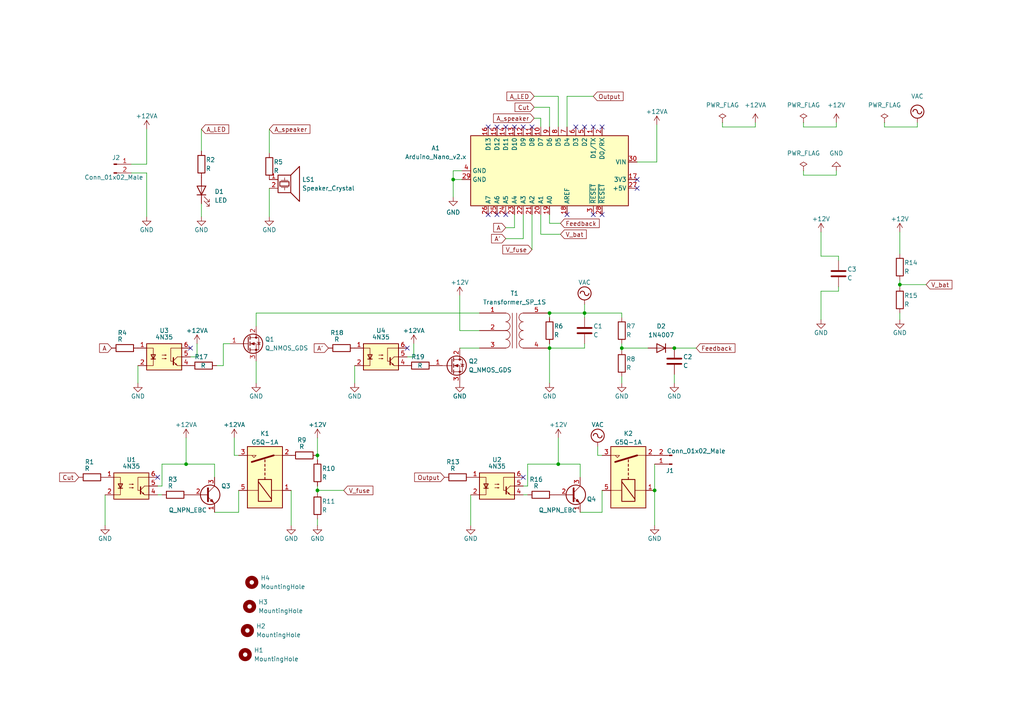
<source format=kicad_sch>
(kicad_sch (version 20211123) (generator eeschema)

  (uuid b1837d75-e57b-4b70-9917-3f65e71c35ed)

  (paper "A4")

  (title_block
    (title "Experimental controller based inverter")
    (date "2025-07-05")
    (rev "1")
    (company "John Kenneth O.K. (Jipx71)")
    (comment 1 "-All R and C values must be selected according to the intended use")
    (comment 2 "-Transformer specifications are not given, it can be anything")
    (comment 3 "-Intended to be battery operated")
    (comment 4 "-Experimental board. DO NOT use for critical tasks")
  )

  (lib_symbols
    (symbol "Connector:Conn_01x02_Male" (pin_names (offset 1.016) hide) (in_bom yes) (on_board yes)
      (property "Reference" "J" (id 0) (at 0 2.54 0)
        (effects (font (size 1.27 1.27)))
      )
      (property "Value" "Conn_01x02_Male" (id 1) (at 0 -5.08 0)
        (effects (font (size 1.27 1.27)))
      )
      (property "Footprint" "" (id 2) (at 0 0 0)
        (effects (font (size 1.27 1.27)) hide)
      )
      (property "Datasheet" "~" (id 3) (at 0 0 0)
        (effects (font (size 1.27 1.27)) hide)
      )
      (property "ki_keywords" "connector" (id 4) (at 0 0 0)
        (effects (font (size 1.27 1.27)) hide)
      )
      (property "ki_description" "Generic connector, single row, 01x02, script generated (kicad-library-utils/schlib/autogen/connector/)" (id 5) (at 0 0 0)
        (effects (font (size 1.27 1.27)) hide)
      )
      (property "ki_fp_filters" "Connector*:*_1x??_*" (id 6) (at 0 0 0)
        (effects (font (size 1.27 1.27)) hide)
      )
      (symbol "Conn_01x02_Male_1_1"
        (polyline
          (pts
            (xy 1.27 -2.54)
            (xy 0.8636 -2.54)
          )
          (stroke (width 0.1524) (type default) (color 0 0 0 0))
          (fill (type none))
        )
        (polyline
          (pts
            (xy 1.27 0)
            (xy 0.8636 0)
          )
          (stroke (width 0.1524) (type default) (color 0 0 0 0))
          (fill (type none))
        )
        (rectangle (start 0.8636 -2.413) (end 0 -2.667)
          (stroke (width 0.1524) (type default) (color 0 0 0 0))
          (fill (type outline))
        )
        (rectangle (start 0.8636 0.127) (end 0 -0.127)
          (stroke (width 0.1524) (type default) (color 0 0 0 0))
          (fill (type outline))
        )
        (pin passive line (at 5.08 0 180) (length 3.81)
          (name "Pin_1" (effects (font (size 1.27 1.27))))
          (number "1" (effects (font (size 1.27 1.27))))
        )
        (pin passive line (at 5.08 -2.54 180) (length 3.81)
          (name "Pin_2" (effects (font (size 1.27 1.27))))
          (number "2" (effects (font (size 1.27 1.27))))
        )
      )
    )
    (symbol "Device:C" (pin_numbers hide) (pin_names (offset 0.254)) (in_bom yes) (on_board yes)
      (property "Reference" "C" (id 0) (at 0.635 2.54 0)
        (effects (font (size 1.27 1.27)) (justify left))
      )
      (property "Value" "C" (id 1) (at 0.635 -2.54 0)
        (effects (font (size 1.27 1.27)) (justify left))
      )
      (property "Footprint" "" (id 2) (at 0.9652 -3.81 0)
        (effects (font (size 1.27 1.27)) hide)
      )
      (property "Datasheet" "~" (id 3) (at 0 0 0)
        (effects (font (size 1.27 1.27)) hide)
      )
      (property "ki_keywords" "cap capacitor" (id 4) (at 0 0 0)
        (effects (font (size 1.27 1.27)) hide)
      )
      (property "ki_description" "Unpolarized capacitor" (id 5) (at 0 0 0)
        (effects (font (size 1.27 1.27)) hide)
      )
      (property "ki_fp_filters" "C_*" (id 6) (at 0 0 0)
        (effects (font (size 1.27 1.27)) hide)
      )
      (symbol "C_0_1"
        (polyline
          (pts
            (xy -2.032 -0.762)
            (xy 2.032 -0.762)
          )
          (stroke (width 0.508) (type default) (color 0 0 0 0))
          (fill (type none))
        )
        (polyline
          (pts
            (xy -2.032 0.762)
            (xy 2.032 0.762)
          )
          (stroke (width 0.508) (type default) (color 0 0 0 0))
          (fill (type none))
        )
      )
      (symbol "C_1_1"
        (pin passive line (at 0 3.81 270) (length 2.794)
          (name "~" (effects (font (size 1.27 1.27))))
          (number "1" (effects (font (size 1.27 1.27))))
        )
        (pin passive line (at 0 -3.81 90) (length 2.794)
          (name "~" (effects (font (size 1.27 1.27))))
          (number "2" (effects (font (size 1.27 1.27))))
        )
      )
    )
    (symbol "Device:LED" (pin_numbers hide) (pin_names (offset 1.016) hide) (in_bom yes) (on_board yes)
      (property "Reference" "D" (id 0) (at 0 2.54 0)
        (effects (font (size 1.27 1.27)))
      )
      (property "Value" "LED" (id 1) (at 0 -2.54 0)
        (effects (font (size 1.27 1.27)))
      )
      (property "Footprint" "" (id 2) (at 0 0 0)
        (effects (font (size 1.27 1.27)) hide)
      )
      (property "Datasheet" "~" (id 3) (at 0 0 0)
        (effects (font (size 1.27 1.27)) hide)
      )
      (property "ki_keywords" "LED diode" (id 4) (at 0 0 0)
        (effects (font (size 1.27 1.27)) hide)
      )
      (property "ki_description" "Light emitting diode" (id 5) (at 0 0 0)
        (effects (font (size 1.27 1.27)) hide)
      )
      (property "ki_fp_filters" "LED* LED_SMD:* LED_THT:*" (id 6) (at 0 0 0)
        (effects (font (size 1.27 1.27)) hide)
      )
      (symbol "LED_0_1"
        (polyline
          (pts
            (xy -1.27 -1.27)
            (xy -1.27 1.27)
          )
          (stroke (width 0.254) (type default) (color 0 0 0 0))
          (fill (type none))
        )
        (polyline
          (pts
            (xy -1.27 0)
            (xy 1.27 0)
          )
          (stroke (width 0) (type default) (color 0 0 0 0))
          (fill (type none))
        )
        (polyline
          (pts
            (xy 1.27 -1.27)
            (xy 1.27 1.27)
            (xy -1.27 0)
            (xy 1.27 -1.27)
          )
          (stroke (width 0.254) (type default) (color 0 0 0 0))
          (fill (type none))
        )
        (polyline
          (pts
            (xy -3.048 -0.762)
            (xy -4.572 -2.286)
            (xy -3.81 -2.286)
            (xy -4.572 -2.286)
            (xy -4.572 -1.524)
          )
          (stroke (width 0) (type default) (color 0 0 0 0))
          (fill (type none))
        )
        (polyline
          (pts
            (xy -1.778 -0.762)
            (xy -3.302 -2.286)
            (xy -2.54 -2.286)
            (xy -3.302 -2.286)
            (xy -3.302 -1.524)
          )
          (stroke (width 0) (type default) (color 0 0 0 0))
          (fill (type none))
        )
      )
      (symbol "LED_1_1"
        (pin passive line (at -3.81 0 0) (length 2.54)
          (name "K" (effects (font (size 1.27 1.27))))
          (number "1" (effects (font (size 1.27 1.27))))
        )
        (pin passive line (at 3.81 0 180) (length 2.54)
          (name "A" (effects (font (size 1.27 1.27))))
          (number "2" (effects (font (size 1.27 1.27))))
        )
      )
    )
    (symbol "Device:Q_NMOS_GDS" (pin_names (offset 0) hide) (in_bom yes) (on_board yes)
      (property "Reference" "Q" (id 0) (at 5.08 1.27 0)
        (effects (font (size 1.27 1.27)) (justify left))
      )
      (property "Value" "Q_NMOS_GDS" (id 1) (at 5.08 -1.27 0)
        (effects (font (size 1.27 1.27)) (justify left))
      )
      (property "Footprint" "" (id 2) (at 5.08 2.54 0)
        (effects (font (size 1.27 1.27)) hide)
      )
      (property "Datasheet" "~" (id 3) (at 0 0 0)
        (effects (font (size 1.27 1.27)) hide)
      )
      (property "ki_keywords" "transistor NMOS N-MOS N-MOSFET" (id 4) (at 0 0 0)
        (effects (font (size 1.27 1.27)) hide)
      )
      (property "ki_description" "N-MOSFET transistor, gate/drain/source" (id 5) (at 0 0 0)
        (effects (font (size 1.27 1.27)) hide)
      )
      (symbol "Q_NMOS_GDS_0_1"
        (polyline
          (pts
            (xy 0.254 0)
            (xy -2.54 0)
          )
          (stroke (width 0) (type default) (color 0 0 0 0))
          (fill (type none))
        )
        (polyline
          (pts
            (xy 0.254 1.905)
            (xy 0.254 -1.905)
          )
          (stroke (width 0.254) (type default) (color 0 0 0 0))
          (fill (type none))
        )
        (polyline
          (pts
            (xy 0.762 -1.27)
            (xy 0.762 -2.286)
          )
          (stroke (width 0.254) (type default) (color 0 0 0 0))
          (fill (type none))
        )
        (polyline
          (pts
            (xy 0.762 0.508)
            (xy 0.762 -0.508)
          )
          (stroke (width 0.254) (type default) (color 0 0 0 0))
          (fill (type none))
        )
        (polyline
          (pts
            (xy 0.762 2.286)
            (xy 0.762 1.27)
          )
          (stroke (width 0.254) (type default) (color 0 0 0 0))
          (fill (type none))
        )
        (polyline
          (pts
            (xy 2.54 2.54)
            (xy 2.54 1.778)
          )
          (stroke (width 0) (type default) (color 0 0 0 0))
          (fill (type none))
        )
        (polyline
          (pts
            (xy 2.54 -2.54)
            (xy 2.54 0)
            (xy 0.762 0)
          )
          (stroke (width 0) (type default) (color 0 0 0 0))
          (fill (type none))
        )
        (polyline
          (pts
            (xy 0.762 -1.778)
            (xy 3.302 -1.778)
            (xy 3.302 1.778)
            (xy 0.762 1.778)
          )
          (stroke (width 0) (type default) (color 0 0 0 0))
          (fill (type none))
        )
        (polyline
          (pts
            (xy 1.016 0)
            (xy 2.032 0.381)
            (xy 2.032 -0.381)
            (xy 1.016 0)
          )
          (stroke (width 0) (type default) (color 0 0 0 0))
          (fill (type outline))
        )
        (polyline
          (pts
            (xy 2.794 0.508)
            (xy 2.921 0.381)
            (xy 3.683 0.381)
            (xy 3.81 0.254)
          )
          (stroke (width 0) (type default) (color 0 0 0 0))
          (fill (type none))
        )
        (polyline
          (pts
            (xy 3.302 0.381)
            (xy 2.921 -0.254)
            (xy 3.683 -0.254)
            (xy 3.302 0.381)
          )
          (stroke (width 0) (type default) (color 0 0 0 0))
          (fill (type none))
        )
        (circle (center 1.651 0) (radius 2.794)
          (stroke (width 0.254) (type default) (color 0 0 0 0))
          (fill (type none))
        )
        (circle (center 2.54 -1.778) (radius 0.254)
          (stroke (width 0) (type default) (color 0 0 0 0))
          (fill (type outline))
        )
        (circle (center 2.54 1.778) (radius 0.254)
          (stroke (width 0) (type default) (color 0 0 0 0))
          (fill (type outline))
        )
      )
      (symbol "Q_NMOS_GDS_1_1"
        (pin input line (at -5.08 0 0) (length 2.54)
          (name "G" (effects (font (size 1.27 1.27))))
          (number "1" (effects (font (size 1.27 1.27))))
        )
        (pin passive line (at 2.54 5.08 270) (length 2.54)
          (name "D" (effects (font (size 1.27 1.27))))
          (number "2" (effects (font (size 1.27 1.27))))
        )
        (pin passive line (at 2.54 -5.08 90) (length 2.54)
          (name "S" (effects (font (size 1.27 1.27))))
          (number "3" (effects (font (size 1.27 1.27))))
        )
      )
    )
    (symbol "Device:Q_NPN_EBC" (pin_names (offset 0) hide) (in_bom yes) (on_board yes)
      (property "Reference" "Q" (id 0) (at 5.08 1.27 0)
        (effects (font (size 1.27 1.27)) (justify left))
      )
      (property "Value" "Q_NPN_EBC" (id 1) (at 5.08 -1.27 0)
        (effects (font (size 1.27 1.27)) (justify left))
      )
      (property "Footprint" "" (id 2) (at 5.08 2.54 0)
        (effects (font (size 1.27 1.27)) hide)
      )
      (property "Datasheet" "~" (id 3) (at 0 0 0)
        (effects (font (size 1.27 1.27)) hide)
      )
      (property "ki_keywords" "transistor NPN" (id 4) (at 0 0 0)
        (effects (font (size 1.27 1.27)) hide)
      )
      (property "ki_description" "NPN transistor, emitter/base/collector" (id 5) (at 0 0 0)
        (effects (font (size 1.27 1.27)) hide)
      )
      (symbol "Q_NPN_EBC_0_1"
        (polyline
          (pts
            (xy 0.635 0.635)
            (xy 2.54 2.54)
          )
          (stroke (width 0) (type default) (color 0 0 0 0))
          (fill (type none))
        )
        (polyline
          (pts
            (xy 0.635 -0.635)
            (xy 2.54 -2.54)
            (xy 2.54 -2.54)
          )
          (stroke (width 0) (type default) (color 0 0 0 0))
          (fill (type none))
        )
        (polyline
          (pts
            (xy 0.635 1.905)
            (xy 0.635 -1.905)
            (xy 0.635 -1.905)
          )
          (stroke (width 0.508) (type default) (color 0 0 0 0))
          (fill (type none))
        )
        (polyline
          (pts
            (xy 1.27 -1.778)
            (xy 1.778 -1.27)
            (xy 2.286 -2.286)
            (xy 1.27 -1.778)
            (xy 1.27 -1.778)
          )
          (stroke (width 0) (type default) (color 0 0 0 0))
          (fill (type outline))
        )
        (circle (center 1.27 0) (radius 2.8194)
          (stroke (width 0.254) (type default) (color 0 0 0 0))
          (fill (type none))
        )
      )
      (symbol "Q_NPN_EBC_1_1"
        (pin passive line (at 2.54 -5.08 90) (length 2.54)
          (name "E" (effects (font (size 1.27 1.27))))
          (number "1" (effects (font (size 1.27 1.27))))
        )
        (pin passive line (at -5.08 0 0) (length 5.715)
          (name "B" (effects (font (size 1.27 1.27))))
          (number "2" (effects (font (size 1.27 1.27))))
        )
        (pin passive line (at 2.54 5.08 270) (length 2.54)
          (name "C" (effects (font (size 1.27 1.27))))
          (number "3" (effects (font (size 1.27 1.27))))
        )
      )
    )
    (symbol "Device:R" (pin_numbers hide) (pin_names (offset 0)) (in_bom yes) (on_board yes)
      (property "Reference" "R" (id 0) (at 2.032 0 90)
        (effects (font (size 1.27 1.27)))
      )
      (property "Value" "R" (id 1) (at 0 0 90)
        (effects (font (size 1.27 1.27)))
      )
      (property "Footprint" "" (id 2) (at -1.778 0 90)
        (effects (font (size 1.27 1.27)) hide)
      )
      (property "Datasheet" "~" (id 3) (at 0 0 0)
        (effects (font (size 1.27 1.27)) hide)
      )
      (property "ki_keywords" "R res resistor" (id 4) (at 0 0 0)
        (effects (font (size 1.27 1.27)) hide)
      )
      (property "ki_description" "Resistor" (id 5) (at 0 0 0)
        (effects (font (size 1.27 1.27)) hide)
      )
      (property "ki_fp_filters" "R_*" (id 6) (at 0 0 0)
        (effects (font (size 1.27 1.27)) hide)
      )
      (symbol "R_0_1"
        (rectangle (start -1.016 -2.54) (end 1.016 2.54)
          (stroke (width 0.254) (type default) (color 0 0 0 0))
          (fill (type none))
        )
      )
      (symbol "R_1_1"
        (pin passive line (at 0 3.81 270) (length 1.27)
          (name "~" (effects (font (size 1.27 1.27))))
          (number "1" (effects (font (size 1.27 1.27))))
        )
        (pin passive line (at 0 -3.81 90) (length 1.27)
          (name "~" (effects (font (size 1.27 1.27))))
          (number "2" (effects (font (size 1.27 1.27))))
        )
      )
    )
    (symbol "Device:Speaker_Crystal" (pin_names (offset 0) hide) (in_bom yes) (on_board yes)
      (property "Reference" "LS" (id 0) (at 0.635 5.715 0)
        (effects (font (size 1.27 1.27)) (justify right))
      )
      (property "Value" "Speaker_Crystal" (id 1) (at 0.635 3.81 0)
        (effects (font (size 1.27 1.27)) (justify right))
      )
      (property "Footprint" "" (id 2) (at -0.889 -1.27 0)
        (effects (font (size 1.27 1.27)) hide)
      )
      (property "Datasheet" "~" (id 3) (at -0.889 -1.27 0)
        (effects (font (size 1.27 1.27)) hide)
      )
      (property "ki_keywords" "crystal speaker ultrasonic transducer" (id 4) (at 0 0 0)
        (effects (font (size 1.27 1.27)) hide)
      )
      (property "ki_description" "Crystal speaker/transducer" (id 5) (at 0 0 0)
        (effects (font (size 1.27 1.27)) hide)
      )
      (symbol "Speaker_Crystal_0_0"
        (rectangle (start -2.54 1.27) (end 1.143 -3.81)
          (stroke (width 0.254) (type default) (color 0 0 0 0))
          (fill (type none))
        )
        (rectangle (start -2.032 -0.635) (end 0.635 -1.905)
          (stroke (width 0.254) (type default) (color 0 0 0 0))
          (fill (type none))
        )
        (polyline
          (pts
            (xy -1.651 -2.286)
            (xy 0.381 -2.286)
          )
          (stroke (width 0) (type default) (color 0 0 0 0))
          (fill (type none))
        )
        (polyline
          (pts
            (xy -1.651 -0.254)
            (xy 0.381 -0.254)
          )
          (stroke (width 0) (type default) (color 0 0 0 0))
          (fill (type none))
        )
        (polyline
          (pts
            (xy -0.635 -2.286)
            (xy -0.635 -3.048)
          )
          (stroke (width 0) (type default) (color 0 0 0 0))
          (fill (type none))
        )
        (polyline
          (pts
            (xy -0.635 -0.254)
            (xy -0.635 0.508)
          )
          (stroke (width 0) (type default) (color 0 0 0 0))
          (fill (type none))
        )
        (polyline
          (pts
            (xy 1.143 1.27)
            (xy 3.683 3.81)
            (xy 3.683 -6.35)
            (xy 1.143 -3.81)
          )
          (stroke (width 0.254) (type default) (color 0 0 0 0))
          (fill (type none))
        )
      )
      (symbol "Speaker_Crystal_1_1"
        (pin input line (at -5.08 0 0) (length 2.54)
          (name "1" (effects (font (size 1.27 1.27))))
          (number "1" (effects (font (size 1.27 1.27))))
        )
        (pin input line (at -5.08 -2.54 0) (length 2.54)
          (name "2" (effects (font (size 1.27 1.27))))
          (number "2" (effects (font (size 1.27 1.27))))
        )
      )
    )
    (symbol "Device:Transformer_SP_1S" (pin_names (offset 1.016) hide) (in_bom yes) (on_board yes)
      (property "Reference" "T" (id 0) (at 0 6.35 0)
        (effects (font (size 1.27 1.27)))
      )
      (property "Value" "Transformer_SP_1S" (id 1) (at 0 -7.62 0)
        (effects (font (size 1.27 1.27)))
      )
      (property "Footprint" "" (id 2) (at 0 0 0)
        (effects (font (size 1.27 1.27)) hide)
      )
      (property "Datasheet" "~" (id 3) (at 0 0 0)
        (effects (font (size 1.27 1.27)) hide)
      )
      (property "ki_keywords" "transformer coil magnet" (id 4) (at 0 0 0)
        (effects (font (size 1.27 1.27)) hide)
      )
      (property "ki_description" "Transformer, split primary, single secondary" (id 5) (at 0 0 0)
        (effects (font (size 1.27 1.27)) hide)
      )
      (symbol "Transformer_SP_1S_0_1"
        (arc (start -2.54 -5.0546) (mid -1.6599 -4.6901) (end -1.27 -3.81)
          (stroke (width 0) (type default) (color 0 0 0 0))
          (fill (type none))
        )
        (arc (start -2.54 -2.5146) (mid -1.6599 -2.1501) (end -1.27 -1.27)
          (stroke (width 0) (type default) (color 0 0 0 0))
          (fill (type none))
        )
        (arc (start -2.54 0.0254) (mid -1.6599 0.3899) (end -1.27 1.27)
          (stroke (width 0) (type default) (color 0 0 0 0))
          (fill (type none))
        )
        (arc (start -2.54 2.5654) (mid -1.6599 2.9299) (end -1.27 3.81)
          (stroke (width 0) (type default) (color 0 0 0 0))
          (fill (type none))
        )
        (arc (start -1.27 -3.81) (mid -1.642 -2.912) (end -2.54 -2.54)
          (stroke (width 0) (type default) (color 0 0 0 0))
          (fill (type none))
        )
        (arc (start -1.27 -1.27) (mid -1.642 -0.372) (end -2.54 0)
          (stroke (width 0) (type default) (color 0 0 0 0))
          (fill (type none))
        )
        (arc (start -1.27 1.27) (mid -1.642 2.168) (end -2.54 2.54)
          (stroke (width 0) (type default) (color 0 0 0 0))
          (fill (type none))
        )
        (arc (start -1.27 3.81) (mid -1.642 4.708) (end -2.54 5.08)
          (stroke (width 0) (type default) (color 0 0 0 0))
          (fill (type none))
        )
        (polyline
          (pts
            (xy -0.635 5.08)
            (xy -0.635 -5.08)
          )
          (stroke (width 0) (type default) (color 0 0 0 0))
          (fill (type none))
        )
        (polyline
          (pts
            (xy 0.635 -5.08)
            (xy 0.635 5.08)
          )
          (stroke (width 0) (type default) (color 0 0 0 0))
          (fill (type none))
        )
        (arc (start 1.2954 -1.27) (mid 1.6599 -2.1501) (end 2.54 -2.5146)
          (stroke (width 0) (type default) (color 0 0 0 0))
          (fill (type none))
        )
        (arc (start 1.2954 1.27) (mid 1.6599 0.3899) (end 2.54 0.0254)
          (stroke (width 0) (type default) (color 0 0 0 0))
          (fill (type none))
        )
        (arc (start 1.2954 3.81) (mid 1.6599 2.9299) (end 2.54 2.5654)
          (stroke (width 0) (type default) (color 0 0 0 0))
          (fill (type none))
        )
        (arc (start 1.3208 -3.81) (mid 1.6853 -4.6901) (end 2.5654 -5.0546)
          (stroke (width 0) (type default) (color 0 0 0 0))
          (fill (type none))
        )
        (arc (start 2.54 0) (mid 1.642 -0.372) (end 1.2954 -1.27)
          (stroke (width 0) (type default) (color 0 0 0 0))
          (fill (type none))
        )
        (arc (start 2.54 2.54) (mid 1.642 2.168) (end 1.2954 1.27)
          (stroke (width 0) (type default) (color 0 0 0 0))
          (fill (type none))
        )
        (arc (start 2.54 5.08) (mid 1.642 4.708) (end 1.2954 3.81)
          (stroke (width 0) (type default) (color 0 0 0 0))
          (fill (type none))
        )
        (arc (start 2.5654 -2.54) (mid 1.6674 -2.912) (end 1.3208 -3.81)
          (stroke (width 0) (type default) (color 0 0 0 0))
          (fill (type none))
        )
      )
      (symbol "Transformer_SP_1S_1_1"
        (pin passive line (at -10.16 5.08 0) (length 7.62)
          (name "PR1" (effects (font (size 1.27 1.27))))
          (number "1" (effects (font (size 1.27 1.27))))
        )
        (pin passive line (at -10.16 0 0) (length 7.62)
          (name "PM" (effects (font (size 1.27 1.27))))
          (number "2" (effects (font (size 1.27 1.27))))
        )
        (pin passive line (at -10.16 -5.08 0) (length 7.62)
          (name "PR2" (effects (font (size 1.27 1.27))))
          (number "3" (effects (font (size 1.27 1.27))))
        )
        (pin passive line (at 10.16 -5.08 180) (length 7.62)
          (name "S1" (effects (font (size 1.27 1.27))))
          (number "4" (effects (font (size 1.27 1.27))))
        )
        (pin passive line (at 10.16 5.08 180) (length 7.62)
          (name "S2" (effects (font (size 1.27 1.27))))
          (number "5" (effects (font (size 1.27 1.27))))
        )
      )
    )
    (symbol "Diode:1N4007" (pin_numbers hide) (pin_names (offset 1.016) hide) (in_bom yes) (on_board yes)
      (property "Reference" "D" (id 0) (at 0 2.54 0)
        (effects (font (size 1.27 1.27)))
      )
      (property "Value" "1N4007" (id 1) (at 0 -2.54 0)
        (effects (font (size 1.27 1.27)))
      )
      (property "Footprint" "Diode_THT:D_DO-41_SOD81_P10.16mm_Horizontal" (id 2) (at 0 -4.445 0)
        (effects (font (size 1.27 1.27)) hide)
      )
      (property "Datasheet" "http://www.vishay.com/docs/88503/1n4001.pdf" (id 3) (at 0 0 0)
        (effects (font (size 1.27 1.27)) hide)
      )
      (property "ki_keywords" "diode" (id 4) (at 0 0 0)
        (effects (font (size 1.27 1.27)) hide)
      )
      (property "ki_description" "1000V 1A General Purpose Rectifier Diode, DO-41" (id 5) (at 0 0 0)
        (effects (font (size 1.27 1.27)) hide)
      )
      (property "ki_fp_filters" "D*DO?41*" (id 6) (at 0 0 0)
        (effects (font (size 1.27 1.27)) hide)
      )
      (symbol "1N4007_0_1"
        (polyline
          (pts
            (xy -1.27 1.27)
            (xy -1.27 -1.27)
          )
          (stroke (width 0.254) (type default) (color 0 0 0 0))
          (fill (type none))
        )
        (polyline
          (pts
            (xy 1.27 0)
            (xy -1.27 0)
          )
          (stroke (width 0) (type default) (color 0 0 0 0))
          (fill (type none))
        )
        (polyline
          (pts
            (xy 1.27 1.27)
            (xy 1.27 -1.27)
            (xy -1.27 0)
            (xy 1.27 1.27)
          )
          (stroke (width 0.254) (type default) (color 0 0 0 0))
          (fill (type none))
        )
      )
      (symbol "1N4007_1_1"
        (pin passive line (at -3.81 0 0) (length 2.54)
          (name "K" (effects (font (size 1.27 1.27))))
          (number "1" (effects (font (size 1.27 1.27))))
        )
        (pin passive line (at 3.81 0 180) (length 2.54)
          (name "A" (effects (font (size 1.27 1.27))))
          (number "2" (effects (font (size 1.27 1.27))))
        )
      )
    )
    (symbol "Isolator:4N35" (pin_names (offset 1.016)) (in_bom yes) (on_board yes)
      (property "Reference" "U" (id 0) (at -5.08 5.08 0)
        (effects (font (size 1.27 1.27)) (justify left))
      )
      (property "Value" "4N35" (id 1) (at 0 5.08 0)
        (effects (font (size 1.27 1.27)) (justify left))
      )
      (property "Footprint" "Package_DIP:DIP-6_W7.62mm" (id 2) (at -5.08 -5.08 0)
        (effects (font (size 1.27 1.27) italic) (justify left) hide)
      )
      (property "Datasheet" "https://www.vishay.com/docs/81181/4n35.pdf" (id 3) (at 0 0 0)
        (effects (font (size 1.27 1.27)) (justify left) hide)
      )
      (property "ki_keywords" "NPN DC Optocoupler Base Connected" (id 4) (at 0 0 0)
        (effects (font (size 1.27 1.27)) hide)
      )
      (property "ki_description" "Optocoupler, Phototransistor Output, with Base Connection, Vce 70V, CTR 100%, Viso 5000V, DIP6" (id 5) (at 0 0 0)
        (effects (font (size 1.27 1.27)) hide)
      )
      (property "ki_fp_filters" "DIP*W7.62mm*" (id 6) (at 0 0 0)
        (effects (font (size 1.27 1.27)) hide)
      )
      (symbol "4N35_0_1"
        (rectangle (start -5.08 3.81) (end 5.08 -3.81)
          (stroke (width 0.254) (type default) (color 0 0 0 0))
          (fill (type background))
        )
        (polyline
          (pts
            (xy -3.81 -0.635)
            (xy -2.54 -0.635)
          )
          (stroke (width 0.254) (type default) (color 0 0 0 0))
          (fill (type none))
        )
        (polyline
          (pts
            (xy 2.667 -1.397)
            (xy 3.81 -2.54)
          )
          (stroke (width 0) (type default) (color 0 0 0 0))
          (fill (type none))
        )
        (polyline
          (pts
            (xy 2.667 -1.143)
            (xy 3.81 0)
          )
          (stroke (width 0) (type default) (color 0 0 0 0))
          (fill (type none))
        )
        (polyline
          (pts
            (xy 3.81 -2.54)
            (xy 5.08 -2.54)
          )
          (stroke (width 0) (type default) (color 0 0 0 0))
          (fill (type none))
        )
        (polyline
          (pts
            (xy 3.81 0)
            (xy 5.08 0)
          )
          (stroke (width 0) (type default) (color 0 0 0 0))
          (fill (type none))
        )
        (polyline
          (pts
            (xy 2.667 -0.254)
            (xy 2.667 -2.286)
            (xy 2.667 -2.286)
          )
          (stroke (width 0.3556) (type default) (color 0 0 0 0))
          (fill (type none))
        )
        (polyline
          (pts
            (xy -5.08 -2.54)
            (xy -3.175 -2.54)
            (xy -3.175 2.54)
            (xy -5.08 2.54)
          )
          (stroke (width 0) (type default) (color 0 0 0 0))
          (fill (type none))
        )
        (polyline
          (pts
            (xy -3.175 -0.635)
            (xy -3.81 0.635)
            (xy -2.54 0.635)
            (xy -3.175 -0.635)
          )
          (stroke (width 0.254) (type default) (color 0 0 0 0))
          (fill (type none))
        )
        (polyline
          (pts
            (xy 3.683 -2.413)
            (xy 3.429 -1.905)
            (xy 3.175 -2.159)
            (xy 3.683 -2.413)
          )
          (stroke (width 0) (type default) (color 0 0 0 0))
          (fill (type none))
        )
        (polyline
          (pts
            (xy 5.08 2.54)
            (xy 1.905 2.54)
            (xy 1.905 -1.27)
            (xy 2.54 -1.27)
          )
          (stroke (width 0) (type default) (color 0 0 0 0))
          (fill (type none))
        )
        (polyline
          (pts
            (xy -0.635 -0.508)
            (xy 0.635 -0.508)
            (xy 0.254 -0.635)
            (xy 0.254 -0.381)
            (xy 0.635 -0.508)
          )
          (stroke (width 0) (type default) (color 0 0 0 0))
          (fill (type none))
        )
        (polyline
          (pts
            (xy -0.635 0.508)
            (xy 0.635 0.508)
            (xy 0.254 0.381)
            (xy 0.254 0.635)
            (xy 0.635 0.508)
          )
          (stroke (width 0) (type default) (color 0 0 0 0))
          (fill (type none))
        )
      )
      (symbol "4N35_1_1"
        (pin passive line (at -7.62 2.54 0) (length 2.54)
          (name "~" (effects (font (size 1.27 1.27))))
          (number "1" (effects (font (size 1.27 1.27))))
        )
        (pin passive line (at -7.62 -2.54 0) (length 2.54)
          (name "~" (effects (font (size 1.27 1.27))))
          (number "2" (effects (font (size 1.27 1.27))))
        )
        (pin no_connect line (at -5.08 0 0) (length 2.54) hide
          (name "NC" (effects (font (size 1.27 1.27))))
          (number "3" (effects (font (size 1.27 1.27))))
        )
        (pin passive line (at 7.62 -2.54 180) (length 2.54)
          (name "~" (effects (font (size 1.27 1.27))))
          (number "4" (effects (font (size 1.27 1.27))))
        )
        (pin passive line (at 7.62 0 180) (length 2.54)
          (name "~" (effects (font (size 1.27 1.27))))
          (number "5" (effects (font (size 1.27 1.27))))
        )
        (pin passive line (at 7.62 2.54 180) (length 2.54)
          (name "~" (effects (font (size 1.27 1.27))))
          (number "6" (effects (font (size 1.27 1.27))))
        )
      )
    )
    (symbol "MCU_Module:Arduino_Nano_v2.x" (in_bom yes) (on_board yes)
      (property "Reference" "A" (id 0) (at -10.16 23.495 0)
        (effects (font (size 1.27 1.27)) (justify left bottom))
      )
      (property "Value" "Arduino_Nano_v2.x" (id 1) (at 5.08 -24.13 0)
        (effects (font (size 1.27 1.27)) (justify left top))
      )
      (property "Footprint" "Module:Arduino_Nano" (id 2) (at 0 0 0)
        (effects (font (size 1.27 1.27) italic) hide)
      )
      (property "Datasheet" "https://www.arduino.cc/en/uploads/Main/ArduinoNanoManual23.pdf" (id 3) (at 0 0 0)
        (effects (font (size 1.27 1.27)) hide)
      )
      (property "ki_keywords" "Arduino nano microcontroller module USB" (id 4) (at 0 0 0)
        (effects (font (size 1.27 1.27)) hide)
      )
      (property "ki_description" "Arduino Nano v2.x" (id 5) (at 0 0 0)
        (effects (font (size 1.27 1.27)) hide)
      )
      (property "ki_fp_filters" "Arduino*Nano*" (id 6) (at 0 0 0)
        (effects (font (size 1.27 1.27)) hide)
      )
      (symbol "Arduino_Nano_v2.x_0_1"
        (rectangle (start -10.16 22.86) (end 10.16 -22.86)
          (stroke (width 0.254) (type default) (color 0 0 0 0))
          (fill (type background))
        )
      )
      (symbol "Arduino_Nano_v2.x_1_1"
        (pin bidirectional line (at -12.7 12.7 0) (length 2.54)
          (name "D1/TX" (effects (font (size 1.27 1.27))))
          (number "1" (effects (font (size 1.27 1.27))))
        )
        (pin bidirectional line (at -12.7 -2.54 0) (length 2.54)
          (name "D7" (effects (font (size 1.27 1.27))))
          (number "10" (effects (font (size 1.27 1.27))))
        )
        (pin bidirectional line (at -12.7 -5.08 0) (length 2.54)
          (name "D8" (effects (font (size 1.27 1.27))))
          (number "11" (effects (font (size 1.27 1.27))))
        )
        (pin bidirectional line (at -12.7 -7.62 0) (length 2.54)
          (name "D9" (effects (font (size 1.27 1.27))))
          (number "12" (effects (font (size 1.27 1.27))))
        )
        (pin bidirectional line (at -12.7 -10.16 0) (length 2.54)
          (name "D10" (effects (font (size 1.27 1.27))))
          (number "13" (effects (font (size 1.27 1.27))))
        )
        (pin bidirectional line (at -12.7 -12.7 0) (length 2.54)
          (name "D11" (effects (font (size 1.27 1.27))))
          (number "14" (effects (font (size 1.27 1.27))))
        )
        (pin bidirectional line (at -12.7 -15.24 0) (length 2.54)
          (name "D12" (effects (font (size 1.27 1.27))))
          (number "15" (effects (font (size 1.27 1.27))))
        )
        (pin bidirectional line (at -12.7 -17.78 0) (length 2.54)
          (name "D13" (effects (font (size 1.27 1.27))))
          (number "16" (effects (font (size 1.27 1.27))))
        )
        (pin power_out line (at 2.54 25.4 270) (length 2.54)
          (name "3V3" (effects (font (size 1.27 1.27))))
          (number "17" (effects (font (size 1.27 1.27))))
        )
        (pin input line (at 12.7 5.08 180) (length 2.54)
          (name "AREF" (effects (font (size 1.27 1.27))))
          (number "18" (effects (font (size 1.27 1.27))))
        )
        (pin bidirectional line (at 12.7 0 180) (length 2.54)
          (name "A0" (effects (font (size 1.27 1.27))))
          (number "19" (effects (font (size 1.27 1.27))))
        )
        (pin bidirectional line (at -12.7 15.24 0) (length 2.54)
          (name "D0/RX" (effects (font (size 1.27 1.27))))
          (number "2" (effects (font (size 1.27 1.27))))
        )
        (pin bidirectional line (at 12.7 -2.54 180) (length 2.54)
          (name "A1" (effects (font (size 1.27 1.27))))
          (number "20" (effects (font (size 1.27 1.27))))
        )
        (pin bidirectional line (at 12.7 -5.08 180) (length 2.54)
          (name "A2" (effects (font (size 1.27 1.27))))
          (number "21" (effects (font (size 1.27 1.27))))
        )
        (pin bidirectional line (at 12.7 -7.62 180) (length 2.54)
          (name "A3" (effects (font (size 1.27 1.27))))
          (number "22" (effects (font (size 1.27 1.27))))
        )
        (pin bidirectional line (at 12.7 -10.16 180) (length 2.54)
          (name "A4" (effects (font (size 1.27 1.27))))
          (number "23" (effects (font (size 1.27 1.27))))
        )
        (pin bidirectional line (at 12.7 -12.7 180) (length 2.54)
          (name "A5" (effects (font (size 1.27 1.27))))
          (number "24" (effects (font (size 1.27 1.27))))
        )
        (pin bidirectional line (at 12.7 -15.24 180) (length 2.54)
          (name "A6" (effects (font (size 1.27 1.27))))
          (number "25" (effects (font (size 1.27 1.27))))
        )
        (pin bidirectional line (at 12.7 -17.78 180) (length 2.54)
          (name "A7" (effects (font (size 1.27 1.27))))
          (number "26" (effects (font (size 1.27 1.27))))
        )
        (pin power_out line (at 5.08 25.4 270) (length 2.54)
          (name "+5V" (effects (font (size 1.27 1.27))))
          (number "27" (effects (font (size 1.27 1.27))))
        )
        (pin input line (at 12.7 15.24 180) (length 2.54)
          (name "~{RESET}" (effects (font (size 1.27 1.27))))
          (number "28" (effects (font (size 1.27 1.27))))
        )
        (pin power_in line (at 2.54 -25.4 90) (length 2.54)
          (name "GND" (effects (font (size 1.27 1.27))))
          (number "29" (effects (font (size 1.27 1.27))))
        )
        (pin input line (at 12.7 12.7 180) (length 2.54)
          (name "~{RESET}" (effects (font (size 1.27 1.27))))
          (number "3" (effects (font (size 1.27 1.27))))
        )
        (pin power_in line (at -2.54 25.4 270) (length 2.54)
          (name "VIN" (effects (font (size 1.27 1.27))))
          (number "30" (effects (font (size 1.27 1.27))))
        )
        (pin power_in line (at 0 -25.4 90) (length 2.54)
          (name "GND" (effects (font (size 1.27 1.27))))
          (number "4" (effects (font (size 1.27 1.27))))
        )
        (pin bidirectional line (at -12.7 10.16 0) (length 2.54)
          (name "D2" (effects (font (size 1.27 1.27))))
          (number "5" (effects (font (size 1.27 1.27))))
        )
        (pin bidirectional line (at -12.7 7.62 0) (length 2.54)
          (name "D3" (effects (font (size 1.27 1.27))))
          (number "6" (effects (font (size 1.27 1.27))))
        )
        (pin bidirectional line (at -12.7 5.08 0) (length 2.54)
          (name "D4" (effects (font (size 1.27 1.27))))
          (number "7" (effects (font (size 1.27 1.27))))
        )
        (pin bidirectional line (at -12.7 2.54 0) (length 2.54)
          (name "D5" (effects (font (size 1.27 1.27))))
          (number "8" (effects (font (size 1.27 1.27))))
        )
        (pin bidirectional line (at -12.7 0 0) (length 2.54)
          (name "D6" (effects (font (size 1.27 1.27))))
          (number "9" (effects (font (size 1.27 1.27))))
        )
      )
    )
    (symbol "Mechanical:MountingHole" (pin_names (offset 1.016)) (in_bom yes) (on_board yes)
      (property "Reference" "H" (id 0) (at 0 5.08 0)
        (effects (font (size 1.27 1.27)))
      )
      (property "Value" "MountingHole" (id 1) (at 0 3.175 0)
        (effects (font (size 1.27 1.27)))
      )
      (property "Footprint" "" (id 2) (at 0 0 0)
        (effects (font (size 1.27 1.27)) hide)
      )
      (property "Datasheet" "~" (id 3) (at 0 0 0)
        (effects (font (size 1.27 1.27)) hide)
      )
      (property "ki_keywords" "mounting hole" (id 4) (at 0 0 0)
        (effects (font (size 1.27 1.27)) hide)
      )
      (property "ki_description" "Mounting Hole without connection" (id 5) (at 0 0 0)
        (effects (font (size 1.27 1.27)) hide)
      )
      (property "ki_fp_filters" "MountingHole*" (id 6) (at 0 0 0)
        (effects (font (size 1.27 1.27)) hide)
      )
      (symbol "MountingHole_0_1"
        (circle (center 0 0) (radius 1.27)
          (stroke (width 1.27) (type default) (color 0 0 0 0))
          (fill (type none))
        )
      )
    )
    (symbol "Relay:G5Q-1A" (in_bom yes) (on_board yes)
      (property "Reference" "K" (id 0) (at 8.89 3.81 0)
        (effects (font (size 1.27 1.27)) (justify left))
      )
      (property "Value" "G5Q-1A" (id 1) (at 8.89 1.27 0)
        (effects (font (size 1.27 1.27)) (justify left))
      )
      (property "Footprint" "Relay_THT:Relay_SPST_Omron-G5Q-1A" (id 2) (at 8.89 -1.27 0)
        (effects (font (size 1.27 1.27)) (justify left) hide)
      )
      (property "Datasheet" "https://www.omron.com/ecb/products/pdf/en-g5q.pdf" (id 3) (at 0 0 0)
        (effects (font (size 1.27 1.27)) hide)
      )
      (property "ki_keywords" "Miniature Single Pole Relay" (id 4) (at 0 0 0)
        (effects (font (size 1.27 1.27)) hide)
      )
      (property "ki_description" "Omron G5Q relay, Miniature Single Pole, SPST-NO, 10A" (id 5) (at 0 0 0)
        (effects (font (size 1.27 1.27)) hide)
      )
      (property "ki_fp_filters" "Relay*SPST*Omron*G5Q*" (id 6) (at 0 0 0)
        (effects (font (size 1.27 1.27)) hide)
      )
      (symbol "G5Q-1A_0_0"
        (polyline
          (pts
            (xy 5.08 5.08)
            (xy 5.08 2.54)
            (xy 4.445 3.175)
            (xy 5.08 3.81)
          )
          (stroke (width 0) (type default) (color 0 0 0 0))
          (fill (type none))
        )
      )
      (symbol "G5Q-1A_0_1"
        (rectangle (start -10.16 5.08) (end 7.62 -5.08)
          (stroke (width 0.254) (type default) (color 0 0 0 0))
          (fill (type background))
        )
        (rectangle (start -8.255 1.905) (end -1.905 -1.905)
          (stroke (width 0.254) (type default) (color 0 0 0 0))
          (fill (type none))
        )
        (polyline
          (pts
            (xy -7.62 -1.905)
            (xy -2.54 1.905)
          )
          (stroke (width 0.254) (type default) (color 0 0 0 0))
          (fill (type none))
        )
        (polyline
          (pts
            (xy -5.08 -5.08)
            (xy -5.08 -1.905)
          )
          (stroke (width 0) (type default) (color 0 0 0 0))
          (fill (type none))
        )
        (polyline
          (pts
            (xy -5.08 5.08)
            (xy -5.08 1.905)
          )
          (stroke (width 0) (type default) (color 0 0 0 0))
          (fill (type none))
        )
        (polyline
          (pts
            (xy -1.905 0)
            (xy -1.27 0)
          )
          (stroke (width 0.254) (type default) (color 0 0 0 0))
          (fill (type none))
        )
        (polyline
          (pts
            (xy -0.635 0)
            (xy 0 0)
          )
          (stroke (width 0.254) (type default) (color 0 0 0 0))
          (fill (type none))
        )
        (polyline
          (pts
            (xy 0.635 0)
            (xy 1.27 0)
          )
          (stroke (width 0.254) (type default) (color 0 0 0 0))
          (fill (type none))
        )
        (polyline
          (pts
            (xy 1.905 0)
            (xy 2.54 0)
          )
          (stroke (width 0.254) (type default) (color 0 0 0 0))
          (fill (type none))
        )
        (polyline
          (pts
            (xy 3.175 0)
            (xy 3.81 0)
          )
          (stroke (width 0.254) (type default) (color 0 0 0 0))
          (fill (type none))
        )
        (polyline
          (pts
            (xy 5.08 -2.54)
            (xy 3.175 3.81)
          )
          (stroke (width 0.508) (type default) (color 0 0 0 0))
          (fill (type none))
        )
        (polyline
          (pts
            (xy 5.08 -2.54)
            (xy 5.08 -5.08)
          )
          (stroke (width 0) (type default) (color 0 0 0 0))
          (fill (type none))
        )
      )
      (symbol "G5Q-1A_1_1"
        (pin passive line (at -5.08 -7.62 90) (length 2.54)
          (name "~" (effects (font (size 1.27 1.27))))
          (number "1" (effects (font (size 1.27 1.27))))
        )
        (pin passive line (at 5.08 -7.62 90) (length 2.54)
          (name "~" (effects (font (size 1.27 1.27))))
          (number "2" (effects (font (size 1.27 1.27))))
        )
        (pin passive line (at 5.08 7.62 270) (length 2.54)
          (name "~" (effects (font (size 1.27 1.27))))
          (number "3" (effects (font (size 1.27 1.27))))
        )
        (pin passive line (at -5.08 7.62 270) (length 2.54)
          (name "~" (effects (font (size 1.27 1.27))))
          (number "5" (effects (font (size 1.27 1.27))))
        )
      )
    )
    (symbol "power:+12V" (power) (pin_names (offset 0)) (in_bom yes) (on_board yes)
      (property "Reference" "#PWR" (id 0) (at 0 -3.81 0)
        (effects (font (size 1.27 1.27)) hide)
      )
      (property "Value" "+12V" (id 1) (at 0 3.556 0)
        (effects (font (size 1.27 1.27)))
      )
      (property "Footprint" "" (id 2) (at 0 0 0)
        (effects (font (size 1.27 1.27)) hide)
      )
      (property "Datasheet" "" (id 3) (at 0 0 0)
        (effects (font (size 1.27 1.27)) hide)
      )
      (property "ki_keywords" "power-flag" (id 4) (at 0 0 0)
        (effects (font (size 1.27 1.27)) hide)
      )
      (property "ki_description" "Power symbol creates a global label with name \"+12V\"" (id 5) (at 0 0 0)
        (effects (font (size 1.27 1.27)) hide)
      )
      (symbol "+12V_0_1"
        (polyline
          (pts
            (xy -0.762 1.27)
            (xy 0 2.54)
          )
          (stroke (width 0) (type default) (color 0 0 0 0))
          (fill (type none))
        )
        (polyline
          (pts
            (xy 0 0)
            (xy 0 2.54)
          )
          (stroke (width 0) (type default) (color 0 0 0 0))
          (fill (type none))
        )
        (polyline
          (pts
            (xy 0 2.54)
            (xy 0.762 1.27)
          )
          (stroke (width 0) (type default) (color 0 0 0 0))
          (fill (type none))
        )
      )
      (symbol "+12V_1_1"
        (pin power_in line (at 0 0 90) (length 0) hide
          (name "+12V" (effects (font (size 1.27 1.27))))
          (number "1" (effects (font (size 1.27 1.27))))
        )
      )
    )
    (symbol "power:+12VA" (power) (pin_names (offset 0)) (in_bom yes) (on_board yes)
      (property "Reference" "#PWR" (id 0) (at 0 -3.81 0)
        (effects (font (size 1.27 1.27)) hide)
      )
      (property "Value" "+12VA" (id 1) (at 0 3.556 0)
        (effects (font (size 1.27 1.27)))
      )
      (property "Footprint" "" (id 2) (at 0 0 0)
        (effects (font (size 1.27 1.27)) hide)
      )
      (property "Datasheet" "" (id 3) (at 0 0 0)
        (effects (font (size 1.27 1.27)) hide)
      )
      (property "ki_keywords" "power-flag" (id 4) (at 0 0 0)
        (effects (font (size 1.27 1.27)) hide)
      )
      (property "ki_description" "Power symbol creates a global label with name \"+12VA\"" (id 5) (at 0 0 0)
        (effects (font (size 1.27 1.27)) hide)
      )
      (symbol "+12VA_0_1"
        (polyline
          (pts
            (xy -0.762 1.27)
            (xy 0 2.54)
          )
          (stroke (width 0) (type default) (color 0 0 0 0))
          (fill (type none))
        )
        (polyline
          (pts
            (xy 0 0)
            (xy 0 2.54)
          )
          (stroke (width 0) (type default) (color 0 0 0 0))
          (fill (type none))
        )
        (polyline
          (pts
            (xy 0 2.54)
            (xy 0.762 1.27)
          )
          (stroke (width 0) (type default) (color 0 0 0 0))
          (fill (type none))
        )
      )
      (symbol "+12VA_1_1"
        (pin power_in line (at 0 0 90) (length 0) hide
          (name "+12VA" (effects (font (size 1.27 1.27))))
          (number "1" (effects (font (size 1.27 1.27))))
        )
      )
    )
    (symbol "power:GND" (power) (pin_names (offset 0)) (in_bom yes) (on_board yes)
      (property "Reference" "#PWR" (id 0) (at 0 -6.35 0)
        (effects (font (size 1.27 1.27)) hide)
      )
      (property "Value" "GND" (id 1) (at 0 -3.81 0)
        (effects (font (size 1.27 1.27)))
      )
      (property "Footprint" "" (id 2) (at 0 0 0)
        (effects (font (size 1.27 1.27)) hide)
      )
      (property "Datasheet" "" (id 3) (at 0 0 0)
        (effects (font (size 1.27 1.27)) hide)
      )
      (property "ki_keywords" "power-flag" (id 4) (at 0 0 0)
        (effects (font (size 1.27 1.27)) hide)
      )
      (property "ki_description" "Power symbol creates a global label with name \"GND\" , ground" (id 5) (at 0 0 0)
        (effects (font (size 1.27 1.27)) hide)
      )
      (symbol "GND_0_1"
        (polyline
          (pts
            (xy 0 0)
            (xy 0 -1.27)
            (xy 1.27 -1.27)
            (xy 0 -2.54)
            (xy -1.27 -1.27)
            (xy 0 -1.27)
          )
          (stroke (width 0) (type default) (color 0 0 0 0))
          (fill (type none))
        )
      )
      (symbol "GND_1_1"
        (pin power_in line (at 0 0 270) (length 0) hide
          (name "GND" (effects (font (size 1.27 1.27))))
          (number "1" (effects (font (size 1.27 1.27))))
        )
      )
    )
    (symbol "power:PWR_FLAG" (power) (pin_numbers hide) (pin_names (offset 0) hide) (in_bom yes) (on_board yes)
      (property "Reference" "#FLG" (id 0) (at 0 1.905 0)
        (effects (font (size 1.27 1.27)) hide)
      )
      (property "Value" "PWR_FLAG" (id 1) (at 0 3.81 0)
        (effects (font (size 1.27 1.27)))
      )
      (property "Footprint" "" (id 2) (at 0 0 0)
        (effects (font (size 1.27 1.27)) hide)
      )
      (property "Datasheet" "~" (id 3) (at 0 0 0)
        (effects (font (size 1.27 1.27)) hide)
      )
      (property "ki_keywords" "power-flag" (id 4) (at 0 0 0)
        (effects (font (size 1.27 1.27)) hide)
      )
      (property "ki_description" "Special symbol for telling ERC where power comes from" (id 5) (at 0 0 0)
        (effects (font (size 1.27 1.27)) hide)
      )
      (symbol "PWR_FLAG_0_0"
        (pin power_out line (at 0 0 90) (length 0)
          (name "pwr" (effects (font (size 1.27 1.27))))
          (number "1" (effects (font (size 1.27 1.27))))
        )
      )
      (symbol "PWR_FLAG_0_1"
        (polyline
          (pts
            (xy 0 0)
            (xy 0 1.27)
            (xy -1.016 1.905)
            (xy 0 2.54)
            (xy 1.016 1.905)
            (xy 0 1.27)
          )
          (stroke (width 0) (type default) (color 0 0 0 0))
          (fill (type none))
        )
      )
    )
    (symbol "power:VAC" (power) (pin_names (offset 0)) (in_bom yes) (on_board yes)
      (property "Reference" "#PWR" (id 0) (at 0 -2.54 0)
        (effects (font (size 1.27 1.27)) hide)
      )
      (property "Value" "VAC" (id 1) (at 0 6.35 0)
        (effects (font (size 1.27 1.27)))
      )
      (property "Footprint" "" (id 2) (at 0 0 0)
        (effects (font (size 1.27 1.27)) hide)
      )
      (property "Datasheet" "" (id 3) (at 0 0 0)
        (effects (font (size 1.27 1.27)) hide)
      )
      (property "ki_keywords" "power-flag" (id 4) (at 0 0 0)
        (effects (font (size 1.27 1.27)) hide)
      )
      (property "ki_description" "Power symbol creates a global label with name \"VAC\"" (id 5) (at 0 0 0)
        (effects (font (size 1.27 1.27)) hide)
      )
      (symbol "VAC_0_1"
        (polyline
          (pts
            (xy 0 0)
            (xy 0 1.27)
          )
          (stroke (width 0) (type default) (color 0 0 0 0))
          (fill (type none))
        )
        (arc (start 0 3.175) (mid -0.635 3.81) (end -1.27 3.175)
          (stroke (width 0.254) (type default) (color 0 0 0 0))
          (fill (type none))
        )
        (arc (start 0 3.175) (mid 0.635 2.54) (end 1.27 3.175)
          (stroke (width 0.254) (type default) (color 0 0 0 0))
          (fill (type none))
        )
        (circle (center 0 3.175) (radius 1.905)
          (stroke (width 0.254) (type default) (color 0 0 0 0))
          (fill (type none))
        )
      )
      (symbol "VAC_1_1"
        (pin power_in line (at 0 0 90) (length 0) hide
          (name "VAC" (effects (font (size 1.27 1.27))))
          (number "1" (effects (font (size 1.27 1.27))))
        )
      )
    )
  )

  (junction (at 180.34 100.965) (diameter 0) (color 0 0 0 0)
    (uuid 2493f061-b476-43f3-8f54-6ccd45178caf)
  )
  (junction (at 159.385 100.965) (diameter 0) (color 0 0 0 0)
    (uuid 33fd9928-0178-4b2c-a647-39f51a2d6094)
  )
  (junction (at 92.075 142.24) (diameter 0) (color 0 0 0 0)
    (uuid 3919f941-96bc-43aa-ab5b-59d04e25bff4)
  )
  (junction (at 92.075 132.08) (diameter 0) (color 0 0 0 0)
    (uuid 4002f2a6-be7e-4ee6-b5be-2d63710b3e58)
  )
  (junction (at 161.925 134.62) (diameter 0) (color 0 0 0 0)
    (uuid 54022597-ea0a-4562-a9bd-92c70521d3d5)
  )
  (junction (at 195.58 100.965) (diameter 0) (color 0 0 0 0)
    (uuid 76624d7c-1295-4e57-8dde-8d14401badfe)
  )
  (junction (at 260.985 82.55) (diameter 0) (color 0 0 0 0)
    (uuid 8366bad4-e034-472c-8328-f63082614ca7)
  )
  (junction (at 189.865 142.24) (diameter 0) (color 0 0 0 0)
    (uuid 96672944-223a-41cd-b383-a1996539d918)
  )
  (junction (at 159.385 90.805) (diameter 0) (color 0 0 0 0)
    (uuid c105017f-82bf-4927-8cc5-feaaceb05ad8)
  )
  (junction (at 131.445 52.07) (diameter 0) (color 0 0 0 0)
    (uuid d3010ec9-840d-434b-84e7-83b44d37fb92)
  )
  (junction (at 53.975 134.62) (diameter 0) (color 0 0 0 0)
    (uuid f3a9c8a4-4bc4-4d56-b1f9-cfdf2303e7ca)
  )
  (junction (at 169.545 90.805) (diameter 0) (color 0 0 0 0)
    (uuid faac21c8-044a-47ab-8f55-d5d51541dd88)
  )

  (no_connect (at 184.785 52.07) (uuid 270e022c-87a9-45ec-ac52-9b21642b3992))
  (no_connect (at 118.11 100.965) (uuid 2d17e8f5-26ca-4b50-b0ee-e4d42bc39111))
  (no_connect (at 184.785 54.61) (uuid 60a4020c-d4b8-47a3-99c4-687710cfd7a0))
  (no_connect (at 141.605 62.23) (uuid 6dc875ee-204d-4f8d-b8bc-4133d37871de))
  (no_connect (at 149.225 36.83) (uuid 79646f9e-eeb8-4f14-ab38-4e3cb88f2f29))
  (no_connect (at 169.545 36.83) (uuid 935880c7-6ac7-4ce0-9805-77a708c292b2))
  (no_connect (at 167.005 36.83) (uuid 935880c7-6ac7-4ce0-9805-77a708c292b3))
  (no_connect (at 55.245 100.965) (uuid 9e9b0d4c-a6ec-4501-b0f8-719960da0ee7))
  (no_connect (at 151.765 138.43) (uuid bb571399-49a3-4d64-a89d-e92fd492770f))
  (no_connect (at 172.085 36.83) (uuid c0a647fe-0ab3-4dfd-b275-c09b90316442))
  (no_connect (at 174.625 36.83) (uuid c0a647fe-0ab3-4dfd-b275-c09b90316443))
  (no_connect (at 174.625 62.23) (uuid c0a647fe-0ab3-4dfd-b275-c09b90316444))
  (no_connect (at 172.085 62.23) (uuid c0a647fe-0ab3-4dfd-b275-c09b90316445))
  (no_connect (at 164.465 62.23) (uuid c0a647fe-0ab3-4dfd-b275-c09b90316446))
  (no_connect (at 141.605 36.83) (uuid c0a647fe-0ab3-4dfd-b275-c09b90316447))
  (no_connect (at 154.305 36.83) (uuid c0a647fe-0ab3-4dfd-b275-c09b90316448))
  (no_connect (at 151.765 36.83) (uuid c0a647fe-0ab3-4dfd-b275-c09b90316449))
  (no_connect (at 144.145 36.83) (uuid c0a647fe-0ab3-4dfd-b275-c09b9031644a))
  (no_connect (at 146.685 36.83) (uuid c0a647fe-0ab3-4dfd-b275-c09b9031644b))
  (no_connect (at 45.72 138.43) (uuid dc54c729-5b4b-40eb-8ac0-6007ff247be2))
  (no_connect (at 144.145 62.23) (uuid f473e901-68f0-4d77-b949-0aee6ce718bb))
  (no_connect (at 146.685 62.23) (uuid f473e901-68f0-4d77-b949-0aee6ce718bc))

  (wire (pts (xy 62.23 134.62) (xy 62.23 138.43))
    (stroke (width 0) (type default) (color 0 0 0 0))
    (uuid 00435d29-ebb4-4dea-bc39-c760ad2f4d7a)
  )
  (wire (pts (xy 243.205 74.295) (xy 243.205 75.565))
    (stroke (width 0) (type default) (color 0 0 0 0))
    (uuid 016c7899-3d30-4e8f-be44-a2c440c09dde)
  )
  (wire (pts (xy 62.865 106.045) (xy 64.77 106.045))
    (stroke (width 0) (type default) (color 0 0 0 0))
    (uuid 01abf001-c765-49b7-9cdb-dcd22ecd1b43)
  )
  (wire (pts (xy 173.355 129.54) (xy 173.355 132.08))
    (stroke (width 0) (type default) (color 0 0 0 0))
    (uuid 02f25eba-cbde-443d-9737-61ff2d225587)
  )
  (wire (pts (xy 159.385 62.23) (xy 159.385 64.77))
    (stroke (width 0) (type default) (color 0 0 0 0))
    (uuid 042d9072-2c74-41a9-9275-26560036cfd2)
  )
  (wire (pts (xy 92.075 150.495) (xy 92.075 152.4))
    (stroke (width 0) (type default) (color 0 0 0 0))
    (uuid 07103876-eecf-4bda-9c8a-77a421fe1fb6)
  )
  (wire (pts (xy 174.625 148.59) (xy 174.625 142.24))
    (stroke (width 0) (type default) (color 0 0 0 0))
    (uuid 0ba1b316-3ab4-4599-b0e5-074294392baa)
  )
  (wire (pts (xy 133.35 95.885) (xy 133.35 85.725))
    (stroke (width 0) (type default) (color 0 0 0 0))
    (uuid 0cc2b6d4-d328-4148-890c-cf9791ed1d29)
  )
  (wire (pts (xy 92.075 142.24) (xy 92.075 142.875))
    (stroke (width 0) (type default) (color 0 0 0 0))
    (uuid 0cef8025-241d-4951-b74a-e41b7aabc31d)
  )
  (wire (pts (xy 146.685 66.04) (xy 149.225 66.04))
    (stroke (width 0) (type default) (color 0 0 0 0))
    (uuid 0e62234e-b050-4317-896c-d3573efe0401)
  )
  (wire (pts (xy 136.525 143.51) (xy 136.525 152.4))
    (stroke (width 0) (type default) (color 0 0 0 0))
    (uuid 1171748e-a3a1-442a-a502-650a633da6f1)
  )
  (wire (pts (xy 102.87 106.045) (xy 102.87 111.125))
    (stroke (width 0) (type default) (color 0 0 0 0))
    (uuid 14d1ad38-aa31-4837-a79a-b03c23368d3d)
  )
  (wire (pts (xy 189.865 142.24) (xy 189.865 152.4))
    (stroke (width 0) (type default) (color 0 0 0 0))
    (uuid 19c800b2-9721-4177-8544-d8677af4f9cd)
  )
  (wire (pts (xy 162.56 67.945) (xy 156.845 67.945))
    (stroke (width 0) (type default) (color 0 0 0 0))
    (uuid 1bd07812-8507-4bdb-be6c-c0047713acda)
  )
  (wire (pts (xy 260.985 90.805) (xy 260.985 92.71))
    (stroke (width 0) (type default) (color 0 0 0 0))
    (uuid 1f401bbf-b3fc-4f80-a30f-c082ee5fb7e6)
  )
  (wire (pts (xy 190.5 46.99) (xy 190.5 36.195))
    (stroke (width 0) (type default) (color 0 0 0 0))
    (uuid 22cfeb26-dba6-4d3b-94a8-2db451454936)
  )
  (wire (pts (xy 30.48 143.51) (xy 30.48 152.4))
    (stroke (width 0) (type default) (color 0 0 0 0))
    (uuid 25733906-26e1-4013-8a66-8f1fcd26b8d0)
  )
  (wire (pts (xy 238.125 74.295) (xy 243.205 74.295))
    (stroke (width 0) (type default) (color 0 0 0 0))
    (uuid 27a3fb1d-9981-4469-8d79-2bb12b431fa6)
  )
  (wire (pts (xy 154.94 31.115) (xy 159.385 31.115))
    (stroke (width 0) (type default) (color 0 0 0 0))
    (uuid 28ba88f0-7549-4eae-85fa-881b7e136c9d)
  )
  (wire (pts (xy 45.72 140.97) (xy 46.99 140.97))
    (stroke (width 0) (type default) (color 0 0 0 0))
    (uuid 29effdd5-d7cc-4c5b-8033-0d02e255d361)
  )
  (wire (pts (xy 67.945 132.08) (xy 69.215 132.08))
    (stroke (width 0) (type default) (color 0 0 0 0))
    (uuid 2b2111e5-3769-4537-a8aa-b5a77dda506a)
  )
  (wire (pts (xy 219.075 36.83) (xy 219.075 35.56))
    (stroke (width 0) (type default) (color 0 0 0 0))
    (uuid 2b5bb0a6-13fb-4d4f-9061-db24e8c04714)
  )
  (wire (pts (xy 209.55 35.56) (xy 209.55 36.83))
    (stroke (width 0) (type default) (color 0 0 0 0))
    (uuid 2eea6dbd-0548-4b0c-82c9-ce335b974c7d)
  )
  (wire (pts (xy 78.105 37.465) (xy 78.105 44.45))
    (stroke (width 0) (type default) (color 0 0 0 0))
    (uuid 2f5bb056-dcec-456a-a760-4e83bcb11dd3)
  )
  (wire (pts (xy 64.77 99.695) (xy 64.77 106.045))
    (stroke (width 0) (type default) (color 0 0 0 0))
    (uuid 336da4dc-bde9-41ab-bf1b-32b32217c46c)
  )
  (wire (pts (xy 146.685 69.215) (xy 151.765 69.215))
    (stroke (width 0) (type default) (color 0 0 0 0))
    (uuid 35efce2a-6b3a-4d9e-b9de-c1ce8b573839)
  )
  (wire (pts (xy 74.295 111.125) (xy 74.295 104.775))
    (stroke (width 0) (type default) (color 0 0 0 0))
    (uuid 363e39c8-dd2f-4079-8a11-a0b76e6cb511)
  )
  (wire (pts (xy 67.945 127) (xy 67.945 132.08))
    (stroke (width 0) (type default) (color 0 0 0 0))
    (uuid 366b8829-c791-4af2-8bf3-c593f824876f)
  )
  (wire (pts (xy 169.545 90.805) (xy 169.545 92.075))
    (stroke (width 0) (type default) (color 0 0 0 0))
    (uuid 3966b8b8-75fb-4529-99f2-f0dd1958772b)
  )
  (wire (pts (xy 74.295 90.805) (xy 74.295 94.615))
    (stroke (width 0) (type default) (color 0 0 0 0))
    (uuid 397dc0f0-9ce5-471e-be8c-6e0d9b786dd1)
  )
  (wire (pts (xy 242.57 50.8) (xy 242.57 49.53))
    (stroke (width 0) (type default) (color 0 0 0 0))
    (uuid 3bbdc2ca-875f-4627-b3d9-297bbb8ce44e)
  )
  (wire (pts (xy 92.075 140.97) (xy 92.075 142.24))
    (stroke (width 0) (type default) (color 0 0 0 0))
    (uuid 40276c44-39c7-44a9-8030-fa573befd748)
  )
  (wire (pts (xy 46.99 140.97) (xy 46.99 134.62))
    (stroke (width 0) (type default) (color 0 0 0 0))
    (uuid 420e21be-8755-4655-8748-ce3adeaa4728)
  )
  (wire (pts (xy 184.785 46.99) (xy 190.5 46.99))
    (stroke (width 0) (type default) (color 0 0 0 0))
    (uuid 425ad602-40e5-4c2e-8988-1af0cc30db91)
  )
  (wire (pts (xy 242.57 36.83) (xy 242.57 35.56))
    (stroke (width 0) (type default) (color 0 0 0 0))
    (uuid 4382a357-e54b-4680-90d8-b4b4f5127fa8)
  )
  (wire (pts (xy 92.075 142.24) (xy 99.695 142.24))
    (stroke (width 0) (type default) (color 0 0 0 0))
    (uuid 4458eec6-9c79-4621-a86f-7ec92a819e90)
  )
  (wire (pts (xy 131.445 49.53) (xy 131.445 52.07))
    (stroke (width 0) (type default) (color 0 0 0 0))
    (uuid 449105e9-80ed-44e4-b8b8-cd4d6436a57a)
  )
  (wire (pts (xy 159.385 99.695) (xy 159.385 100.965))
    (stroke (width 0) (type default) (color 0 0 0 0))
    (uuid 4736e42a-caf8-4437-8146-351d9019e2c8)
  )
  (wire (pts (xy 159.385 100.965) (xy 169.545 100.965))
    (stroke (width 0) (type default) (color 0 0 0 0))
    (uuid 475dac64-1109-4273-b389-012a408ebcc3)
  )
  (wire (pts (xy 153.035 140.97) (xy 153.035 134.62))
    (stroke (width 0) (type default) (color 0 0 0 0))
    (uuid 4867a35a-58b7-45c6-ab0f-70a178364a0b)
  )
  (wire (pts (xy 40.005 106.045) (xy 40.005 111.125))
    (stroke (width 0) (type default) (color 0 0 0 0))
    (uuid 48703833-84a8-47b1-8f6a-66373826e8a1)
  )
  (wire (pts (xy 169.545 90.805) (xy 180.34 90.805))
    (stroke (width 0) (type default) (color 0 0 0 0))
    (uuid 48c206a7-282a-47f3-94af-f4357fea991c)
  )
  (wire (pts (xy 238.125 84.455) (xy 243.205 84.455))
    (stroke (width 0) (type default) (color 0 0 0 0))
    (uuid 49bd07a0-ca39-4ca6-8b1a-a8ee0b159b72)
  )
  (wire (pts (xy 46.99 143.51) (xy 45.72 143.51))
    (stroke (width 0) (type default) (color 0 0 0 0))
    (uuid 4c137674-19f6-4eb3-82a3-b331be214f21)
  )
  (wire (pts (xy 57.15 103.505) (xy 57.15 99.695))
    (stroke (width 0) (type default) (color 0 0 0 0))
    (uuid 541fe4d7-35f7-4813-a50b-7d1b2c003250)
  )
  (wire (pts (xy 92.075 127) (xy 92.075 132.08))
    (stroke (width 0) (type default) (color 0 0 0 0))
    (uuid 546365d6-7008-4991-8f2f-f101dfb62afa)
  )
  (wire (pts (xy 153.035 143.51) (xy 151.765 143.51))
    (stroke (width 0) (type default) (color 0 0 0 0))
    (uuid 54939ebb-756e-48b9-a2b8-c0ca1f010a61)
  )
  (wire (pts (xy 172.085 27.94) (xy 164.465 27.94))
    (stroke (width 0) (type default) (color 0 0 0 0))
    (uuid 591ec3e6-6586-4bd3-8192-0d05f796f35b)
  )
  (wire (pts (xy 195.58 108.585) (xy 195.58 111.125))
    (stroke (width 0) (type default) (color 0 0 0 0))
    (uuid 59cb258e-2fff-4d03-ae7e-fbd4420b88f8)
  )
  (wire (pts (xy 131.445 52.07) (xy 131.445 57.15))
    (stroke (width 0) (type default) (color 0 0 0 0))
    (uuid 5a1b059c-0844-409a-bfc7-371ef044a6e4)
  )
  (wire (pts (xy 78.105 54.61) (xy 78.105 62.865))
    (stroke (width 0) (type default) (color 0 0 0 0))
    (uuid 5b006ad0-1808-4fde-a0e9-ddcaf23318f8)
  )
  (wire (pts (xy 46.99 134.62) (xy 53.975 134.62))
    (stroke (width 0) (type default) (color 0 0 0 0))
    (uuid 5dce3e7c-cdbd-4b5d-bda1-dfa2574723b8)
  )
  (wire (pts (xy 66.675 99.695) (xy 64.77 99.695))
    (stroke (width 0) (type default) (color 0 0 0 0))
    (uuid 61339051-35e2-4341-8ee5-90f51d6410f3)
  )
  (wire (pts (xy 180.34 90.805) (xy 180.34 92.075))
    (stroke (width 0) (type default) (color 0 0 0 0))
    (uuid 643fa1e0-676b-4e79-aeba-8172961d2706)
  )
  (wire (pts (xy 55.245 103.505) (xy 57.15 103.505))
    (stroke (width 0) (type default) (color 0 0 0 0))
    (uuid 6696421f-e349-45a2-b6de-67076106e148)
  )
  (wire (pts (xy 238.125 67.31) (xy 238.125 74.295))
    (stroke (width 0) (type default) (color 0 0 0 0))
    (uuid 671af614-a2b6-4fcb-a698-3f88b983f503)
  )
  (wire (pts (xy 168.275 138.43) (xy 168.275 134.62))
    (stroke (width 0) (type default) (color 0 0 0 0))
    (uuid 6835466d-54a3-4541-82c6-7dc80d51fa6a)
  )
  (wire (pts (xy 256.54 35.56) (xy 256.54 36.83))
    (stroke (width 0) (type default) (color 0 0 0 0))
    (uuid 69fdd881-3900-4df9-9e8b-27662ae54725)
  )
  (wire (pts (xy 53.975 127) (xy 53.975 134.62))
    (stroke (width 0) (type default) (color 0 0 0 0))
    (uuid 6ae8aa64-6612-4fba-9520-636a923d43cc)
  )
  (wire (pts (xy 74.295 90.805) (xy 139.065 90.805))
    (stroke (width 0) (type default) (color 0 0 0 0))
    (uuid 6af2839b-6f32-409f-81ba-59600f4d0b8d)
  )
  (wire (pts (xy 260.985 67.31) (xy 260.985 73.66))
    (stroke (width 0) (type default) (color 0 0 0 0))
    (uuid 6e34bad4-0f61-45a6-af05-d64d1686be1a)
  )
  (wire (pts (xy 256.54 36.83) (xy 266.065 36.83))
    (stroke (width 0) (type default) (color 0 0 0 0))
    (uuid 704dcb2f-2e92-403c-89ce-478e1fa5ebb8)
  )
  (wire (pts (xy 139.065 100.965) (xy 133.35 100.965))
    (stroke (width 0) (type default) (color 0 0 0 0))
    (uuid 70a5c6cc-3510-47f7-a6fd-6beec6ed883a)
  )
  (wire (pts (xy 62.23 148.59) (xy 69.215 148.59))
    (stroke (width 0) (type default) (color 0 0 0 0))
    (uuid 714a5d9f-3805-4e7d-a87d-158802dc9bb0)
  )
  (wire (pts (xy 266.065 36.83) (xy 266.065 35.56))
    (stroke (width 0) (type default) (color 0 0 0 0))
    (uuid 721952ed-6590-4d23-b993-5dd9dbcdf0e6)
  )
  (wire (pts (xy 238.125 84.455) (xy 238.125 92.71))
    (stroke (width 0) (type default) (color 0 0 0 0))
    (uuid 73893c53-1fb4-452a-87a9-f7d106a5c2ef)
  )
  (wire (pts (xy 169.545 100.965) (xy 169.545 99.695))
    (stroke (width 0) (type default) (color 0 0 0 0))
    (uuid 7d1522d2-8b5f-4421-9ebd-8750b1c30f87)
  )
  (wire (pts (xy 243.205 84.455) (xy 243.205 83.185))
    (stroke (width 0) (type default) (color 0 0 0 0))
    (uuid 823e4bae-6e9f-4f4c-b909-234d1716e326)
  )
  (wire (pts (xy 233.045 50.8) (xy 242.57 50.8))
    (stroke (width 0) (type default) (color 0 0 0 0))
    (uuid 83876c84-c741-495d-bd79-5aee8cdfbeb3)
  )
  (wire (pts (xy 53.975 134.62) (xy 62.23 134.62))
    (stroke (width 0) (type default) (color 0 0 0 0))
    (uuid 839b28cd-c656-4bad-a09f-e547c81ab846)
  )
  (wire (pts (xy 233.045 36.83) (xy 242.57 36.83))
    (stroke (width 0) (type default) (color 0 0 0 0))
    (uuid 83a61ca3-1368-4d99-9e5d-c70e072cc65a)
  )
  (wire (pts (xy 149.225 66.04) (xy 149.225 62.23))
    (stroke (width 0) (type default) (color 0 0 0 0))
    (uuid 83b2e524-bfc6-471c-a115-5afe088d0557)
  )
  (wire (pts (xy 260.985 81.28) (xy 260.985 82.55))
    (stroke (width 0) (type default) (color 0 0 0 0))
    (uuid 84de5cdc-9f3c-473a-953f-03326ec09b6f)
  )
  (wire (pts (xy 260.985 82.55) (xy 260.985 83.185))
    (stroke (width 0) (type default) (color 0 0 0 0))
    (uuid 89dba92e-e9dd-4585-99ff-7eb0d8f3692a)
  )
  (wire (pts (xy 260.985 82.55) (xy 268.605 82.55))
    (stroke (width 0) (type default) (color 0 0 0 0))
    (uuid 8e4a1b39-a117-4502-8aa9-1b79d555e2fa)
  )
  (wire (pts (xy 133.985 49.53) (xy 131.445 49.53))
    (stroke (width 0) (type default) (color 0 0 0 0))
    (uuid 8eefd46e-b43a-4d0e-985a-6604e1fc1dc3)
  )
  (wire (pts (xy 156.845 34.29) (xy 156.845 36.83))
    (stroke (width 0) (type default) (color 0 0 0 0))
    (uuid 90d31f34-8c5b-4a20-b947-565611a7d50c)
  )
  (wire (pts (xy 118.11 103.505) (xy 120.015 103.505))
    (stroke (width 0) (type default) (color 0 0 0 0))
    (uuid 92c6a78c-6e8c-4e3a-9f75-464068ebd41b)
  )
  (wire (pts (xy 161.925 36.83) (xy 161.925 27.94))
    (stroke (width 0) (type default) (color 0 0 0 0))
    (uuid 95c2d617-c505-4699-a60e-b961d289a711)
  )
  (wire (pts (xy 92.075 132.08) (xy 92.075 133.35))
    (stroke (width 0) (type default) (color 0 0 0 0))
    (uuid 9895502d-baba-452e-b30e-ff7b13ea145b)
  )
  (wire (pts (xy 159.385 64.77) (xy 162.56 64.77))
    (stroke (width 0) (type default) (color 0 0 0 0))
    (uuid 9a3f48bd-0b98-4865-96c0-f1d9d5ca3955)
  )
  (wire (pts (xy 169.545 88.265) (xy 169.545 90.805))
    (stroke (width 0) (type default) (color 0 0 0 0))
    (uuid 9c43c6c3-f54f-4329-ba8f-0b3247a0dfde)
  )
  (wire (pts (xy 209.55 36.83) (xy 219.075 36.83))
    (stroke (width 0) (type default) (color 0 0 0 0))
    (uuid 9dd58292-5ec7-4e44-b14c-e84c5e31c750)
  )
  (wire (pts (xy 38.1 50.165) (xy 42.545 50.165))
    (stroke (width 0) (type default) (color 0 0 0 0))
    (uuid 9ec34a68-2ca8-4253-aa6a-dc91bb840b68)
  )
  (wire (pts (xy 180.34 100.965) (xy 187.96 100.965))
    (stroke (width 0) (type default) (color 0 0 0 0))
    (uuid 9ee6e642-86e7-4559-a99f-f8c2944dd1fc)
  )
  (wire (pts (xy 154.94 34.29) (xy 156.845 34.29))
    (stroke (width 0) (type default) (color 0 0 0 0))
    (uuid a2dc2e06-3b23-4199-b773-f0ae367440aa)
  )
  (wire (pts (xy 189.865 134.62) (xy 189.865 142.24))
    (stroke (width 0) (type default) (color 0 0 0 0))
    (uuid a355ac8d-4f94-467b-8cd8-4605a2593b12)
  )
  (wire (pts (xy 195.58 100.965) (xy 201.93 100.965))
    (stroke (width 0) (type default) (color 0 0 0 0))
    (uuid a7cdc0f7-19e2-4f23-b3db-d309a04c968e)
  )
  (wire (pts (xy 161.925 127) (xy 161.925 134.62))
    (stroke (width 0) (type default) (color 0 0 0 0))
    (uuid aa80b49a-f228-4416-a765-e8842f4d7017)
  )
  (wire (pts (xy 159.385 31.115) (xy 159.385 36.83))
    (stroke (width 0) (type default) (color 0 0 0 0))
    (uuid adcae871-27b7-4bd3-93e1-80138c3663e3)
  )
  (wire (pts (xy 180.34 109.22) (xy 180.34 111.125))
    (stroke (width 0) (type default) (color 0 0 0 0))
    (uuid b064fcee-4dc0-4561-b8ed-887d399001be)
  )
  (wire (pts (xy 173.355 132.08) (xy 174.625 132.08))
    (stroke (width 0) (type default) (color 0 0 0 0))
    (uuid b547e92a-09a8-47b2-a67c-cfe20b816bcf)
  )
  (wire (pts (xy 233.045 49.53) (xy 233.045 50.8))
    (stroke (width 0) (type default) (color 0 0 0 0))
    (uuid b7307428-76b4-4c7a-827a-4a501f399918)
  )
  (wire (pts (xy 168.275 148.59) (xy 174.625 148.59))
    (stroke (width 0) (type default) (color 0 0 0 0))
    (uuid ba94fa4c-a615-4118-9536-e28e2056b762)
  )
  (wire (pts (xy 58.42 37.465) (xy 58.42 43.815))
    (stroke (width 0) (type default) (color 0 0 0 0))
    (uuid bb150d3c-008d-4cf8-95fb-1c27fa433a3d)
  )
  (wire (pts (xy 168.275 134.62) (xy 161.925 134.62))
    (stroke (width 0) (type default) (color 0 0 0 0))
    (uuid bc51296d-68df-4f18-a9b7-6479d624a7dc)
  )
  (wire (pts (xy 151.765 140.97) (xy 153.035 140.97))
    (stroke (width 0) (type default) (color 0 0 0 0))
    (uuid c5a4321a-590b-4aff-a7c8-ed0e9f193366)
  )
  (wire (pts (xy 180.34 99.695) (xy 180.34 100.965))
    (stroke (width 0) (type default) (color 0 0 0 0))
    (uuid cd79ab8a-30f1-4eec-9263-713756f5b98d)
  )
  (wire (pts (xy 42.545 50.165) (xy 42.545 62.865))
    (stroke (width 0) (type default) (color 0 0 0 0))
    (uuid cea53aaf-f9cc-4107-9452-2d9d4df5d45c)
  )
  (wire (pts (xy 38.1 47.625) (xy 42.545 47.625))
    (stroke (width 0) (type default) (color 0 0 0 0))
    (uuid d05557b8-9e95-4b1c-8d3c-206ee57e1fb7)
  )
  (wire (pts (xy 69.215 148.59) (xy 69.215 142.24))
    (stroke (width 0) (type default) (color 0 0 0 0))
    (uuid d19fff6d-f53a-44d7-9291-0431f6098731)
  )
  (wire (pts (xy 164.465 27.94) (xy 164.465 36.83))
    (stroke (width 0) (type default) (color 0 0 0 0))
    (uuid d77c627b-c13b-4fac-ad21-186aaceb81b2)
  )
  (wire (pts (xy 159.385 90.805) (xy 159.385 92.075))
    (stroke (width 0) (type default) (color 0 0 0 0))
    (uuid d8205683-17ce-437e-a67d-da060e500a5b)
  )
  (wire (pts (xy 156.845 67.945) (xy 156.845 62.23))
    (stroke (width 0) (type default) (color 0 0 0 0))
    (uuid d96be6fb-1bd2-4cdb-8873-6bbb3335ca44)
  )
  (wire (pts (xy 151.765 69.215) (xy 151.765 62.23))
    (stroke (width 0) (type default) (color 0 0 0 0))
    (uuid dd4c1460-90fd-4853-83ec-b726e805047b)
  )
  (wire (pts (xy 233.045 35.56) (xy 233.045 36.83))
    (stroke (width 0) (type default) (color 0 0 0 0))
    (uuid defbd8a6-06bc-4d9d-a0fc-8bde272cf06a)
  )
  (wire (pts (xy 139.065 95.885) (xy 133.35 95.885))
    (stroke (width 0) (type default) (color 0 0 0 0))
    (uuid df646368-64fd-4c13-b642-af09354faaa5)
  )
  (wire (pts (xy 153.035 134.62) (xy 161.925 134.62))
    (stroke (width 0) (type default) (color 0 0 0 0))
    (uuid e057a2ac-fb06-40ec-8055-aefcac8442d5)
  )
  (wire (pts (xy 159.385 100.965) (xy 159.385 111.125))
    (stroke (width 0) (type default) (color 0 0 0 0))
    (uuid e34dc83f-6250-4f01-88b6-9d13e7b9e3e5)
  )
  (wire (pts (xy 131.445 52.07) (xy 133.985 52.07))
    (stroke (width 0) (type default) (color 0 0 0 0))
    (uuid e4070112-5926-4989-a79d-f27213c10bcf)
  )
  (wire (pts (xy 58.42 59.055) (xy 58.42 62.865))
    (stroke (width 0) (type default) (color 0 0 0 0))
    (uuid e45973d2-1458-43c8-b99d-03a3fd034422)
  )
  (wire (pts (xy 161.925 27.94) (xy 154.94 27.94))
    (stroke (width 0) (type default) (color 0 0 0 0))
    (uuid e5c0789b-99eb-4302-8620-eb346d3b3969)
  )
  (wire (pts (xy 154.305 62.23) (xy 154.305 72.39))
    (stroke (width 0) (type default) (color 0 0 0 0))
    (uuid e7e400c9-2767-4d9b-b9b1-3db58b117da6)
  )
  (wire (pts (xy 84.455 142.24) (xy 84.455 152.4))
    (stroke (width 0) (type default) (color 0 0 0 0))
    (uuid eb312131-b901-46bf-b6cb-d4aff84582a5)
  )
  (wire (pts (xy 159.385 90.805) (xy 169.545 90.805))
    (stroke (width 0) (type default) (color 0 0 0 0))
    (uuid eef86e46-05d4-4cf1-8fde-3f09600d1856)
  )
  (wire (pts (xy 120.015 103.505) (xy 120.015 99.695))
    (stroke (width 0) (type default) (color 0 0 0 0))
    (uuid f60ee472-6c24-4b0c-85b7-c830cb927aff)
  )
  (wire (pts (xy 42.545 37.465) (xy 42.545 47.625))
    (stroke (width 0) (type default) (color 0 0 0 0))
    (uuid f6945036-4112-4d3e-bcee-28e8e085389c)
  )
  (wire (pts (xy 180.34 100.965) (xy 180.34 101.6))
    (stroke (width 0) (type default) (color 0 0 0 0))
    (uuid fed441db-0a1f-4daf-b741-eb7d5491cee8)
  )

  (global_label "V_fuse" (shape input) (at 99.695 142.24 0) (fields_autoplaced)
    (effects (font (size 1.27 1.27)) (justify left))
    (uuid 02f2ac6b-8f6b-4c30-975d-b56d86c132ff)
    (property "Intersheet References" "${INTERSHEET_REFS}" (id 0) (at 108.1557 142.1606 0)
      (effects (font (size 1.27 1.27)) (justify left) hide)
    )
  )
  (global_label "Output" (shape input) (at 172.085 27.94 0) (fields_autoplaced)
    (effects (font (size 1.27 1.27)) (justify left))
    (uuid 189f9941-f093-4933-8992-ddfd67466e5d)
    (property "Intersheet References" "${INTERSHEET_REFS}" (id 0) (at 180.7271 27.8606 0)
      (effects (font (size 1.27 1.27)) (justify left) hide)
    )
  )
  (global_label "A'" (shape input) (at 146.685 69.215 180) (fields_autoplaced)
    (effects (font (size 1.27 1.27)) (justify right))
    (uuid 312a7a74-f330-4b49-8e08-93ec2a56a559)
    (property "Intersheet References" "${INTERSHEET_REFS}" (id 0) (at 142.5786 69.2944 0)
      (effects (font (size 1.27 1.27)) (justify right) hide)
    )
  )
  (global_label "Cut" (shape input) (at 22.86 138.43 180) (fields_autoplaced)
    (effects (font (size 1.27 1.27)) (justify right))
    (uuid 393be3e2-09e9-4585-bb3c-72783c2a8c2d)
    (property "Intersheet References" "${INTERSHEET_REFS}" (id 0) (at 17.3021 138.3506 0)
      (effects (font (size 1.27 1.27)) (justify right) hide)
    )
  )
  (global_label "A'" (shape input) (at 95.25 100.965 180) (fields_autoplaced)
    (effects (font (size 1.27 1.27)) (justify right))
    (uuid 3b300ce2-e66c-4871-856a-862fa1b09483)
    (property "Intersheet References" "${INTERSHEET_REFS}" (id 0) (at 91.1436 100.8856 0)
      (effects (font (size 1.27 1.27)) (justify right) hide)
    )
  )
  (global_label "V_bat" (shape input) (at 268.605 82.55 0) (fields_autoplaced)
    (effects (font (size 1.27 1.27)) (justify left))
    (uuid 4914922f-4db1-40f4-b51b-84d059129ee4)
    (property "Intersheet References" "${INTERSHEET_REFS}" (id 0) (at 276.0981 82.4706 0)
      (effects (font (size 1.27 1.27)) (justify left) hide)
    )
  )
  (global_label "Output" (shape input) (at 128.905 138.43 180) (fields_autoplaced)
    (effects (font (size 1.27 1.27)) (justify right))
    (uuid 646f43a0-70fa-40a8-88ba-ea5fe17945fd)
    (property "Intersheet References" "${INTERSHEET_REFS}" (id 0) (at 120.2629 138.3506 0)
      (effects (font (size 1.27 1.27)) (justify right) hide)
    )
  )
  (global_label "V_bat" (shape input) (at 162.56 67.945 0) (fields_autoplaced)
    (effects (font (size 1.27 1.27)) (justify left))
    (uuid 64a8c084-4019-4deb-9fc2-09ad27e971f5)
    (property "Intersheet References" "${INTERSHEET_REFS}" (id 0) (at 170.0531 67.8656 0)
      (effects (font (size 1.27 1.27)) (justify left) hide)
    )
  )
  (global_label "A_LED" (shape input) (at 154.94 27.94 180) (fields_autoplaced)
    (effects (font (size 1.27 1.27)) (justify right))
    (uuid 663261e8-334d-4df5-a4a1-e48b28a63725)
    (property "Intersheet References" "${INTERSHEET_REFS}" (id 0) (at 147.0236 27.8606 0)
      (effects (font (size 1.27 1.27)) (justify right) hide)
    )
  )
  (global_label "Feedback" (shape input) (at 201.93 100.965 0) (fields_autoplaced)
    (effects (font (size 1.27 1.27)) (justify left))
    (uuid 712ee87c-25ed-470a-8739-ab274a284151)
    (property "Intersheet References" "${INTERSHEET_REFS}" (id 0) (at 213.1726 100.8856 0)
      (effects (font (size 1.27 1.27)) (justify left) hide)
    )
  )
  (global_label "A_LED" (shape input) (at 58.42 37.465 0) (fields_autoplaced)
    (effects (font (size 1.27 1.27)) (justify left))
    (uuid a57e453e-41c7-4ddc-8851-9a1eb6c62476)
    (property "Intersheet References" "${INTERSHEET_REFS}" (id 0) (at 66.3364 37.3856 0)
      (effects (font (size 1.27 1.27)) (justify left) hide)
    )
  )
  (global_label "A" (shape input) (at 146.685 66.04 180) (fields_autoplaced)
    (effects (font (size 1.27 1.27)) (justify right))
    (uuid acd963ae-dba9-4aac-b247-c80be49456fb)
    (property "Intersheet References" "${INTERSHEET_REFS}" (id 0) (at 143.1833 66.1194 0)
      (effects (font (size 1.27 1.27)) (justify right) hide)
    )
  )
  (global_label "Feedback" (shape input) (at 162.56 64.77 0) (fields_autoplaced)
    (effects (font (size 1.27 1.27)) (justify left))
    (uuid b0e2ab61-6138-4e33-af91-2237e1fd0adf)
    (property "Intersheet References" "${INTERSHEET_REFS}" (id 0) (at 173.8026 64.6906 0)
      (effects (font (size 1.27 1.27)) (justify left) hide)
    )
  )
  (global_label "Cut" (shape input) (at 154.94 31.115 180) (fields_autoplaced)
    (effects (font (size 1.27 1.27)) (justify right))
    (uuid c7e23c2d-ede1-45fa-b77f-99f0493d88b4)
    (property "Intersheet References" "${INTERSHEET_REFS}" (id 0) (at 149.3821 31.0356 0)
      (effects (font (size 1.27 1.27)) (justify right) hide)
    )
  )
  (global_label "V_fuse" (shape input) (at 154.305 72.39 180) (fields_autoplaced)
    (effects (font (size 1.27 1.27)) (justify right))
    (uuid cb5d588a-1e91-4714-9696-7f16fb91000d)
    (property "Intersheet References" "${INTERSHEET_REFS}" (id 0) (at 145.8443 72.4694 0)
      (effects (font (size 1.27 1.27)) (justify right) hide)
    )
  )
  (global_label "A_speaker" (shape input) (at 154.94 34.29 180) (fields_autoplaced)
    (effects (font (size 1.27 1.27)) (justify right))
    (uuid cb6bf02f-f020-4243-a7c7-0a52b68067b5)
    (property "Intersheet References" "${INTERSHEET_REFS}" (id 0) (at 143.1531 34.3694 0)
      (effects (font (size 1.27 1.27)) (justify right) hide)
    )
  )
  (global_label "A_speaker" (shape input) (at 78.105 37.465 0) (fields_autoplaced)
    (effects (font (size 1.27 1.27)) (justify left))
    (uuid d74fbd07-b3c3-49a3-82d3-aa1e58833217)
    (property "Intersheet References" "${INTERSHEET_REFS}" (id 0) (at 89.8919 37.3856 0)
      (effects (font (size 1.27 1.27)) (justify left) hide)
    )
  )
  (global_label "A" (shape input) (at 32.385 100.965 180) (fields_autoplaced)
    (effects (font (size 1.27 1.27)) (justify right))
    (uuid ec7c7e49-3db5-4259-8073-3902634fe4d6)
    (property "Intersheet References" "${INTERSHEET_REFS}" (id 0) (at 28.8833 100.8856 0)
      (effects (font (size 1.27 1.27)) (justify right) hide)
    )
  )

  (symbol (lib_id "power:GND") (at 189.865 152.4 0) (unit 1)
    (in_bom yes) (on_board yes)
    (uuid 02403a33-82d7-4208-be7a-d0bfc77f3f73)
    (property "Reference" "#PWR032" (id 0) (at 189.865 158.75 0)
      (effects (font (size 1.27 1.27)) hide)
    )
    (property "Value" "GND" (id 1) (at 189.865 156.21 0))
    (property "Footprint" "" (id 2) (at 189.865 152.4 0)
      (effects (font (size 1.27 1.27)) hide)
    )
    (property "Datasheet" "" (id 3) (at 189.865 152.4 0)
      (effects (font (size 1.27 1.27)) hide)
    )
    (pin "1" (uuid 4b47ee20-b63a-495b-ba72-96f4e52c3439))
  )

  (symbol (lib_id "power:GND") (at 180.34 111.125 0) (unit 1)
    (in_bom yes) (on_board yes)
    (uuid 03c31111-9e5c-43f1-b67d-a5ecb0a6e19b)
    (property "Reference" "#PWR014" (id 0) (at 180.34 117.475 0)
      (effects (font (size 1.27 1.27)) hide)
    )
    (property "Value" "GND" (id 1) (at 180.34 114.935 0))
    (property "Footprint" "" (id 2) (at 180.34 111.125 0)
      (effects (font (size 1.27 1.27)) hide)
    )
    (property "Datasheet" "" (id 3) (at 180.34 111.125 0)
      (effects (font (size 1.27 1.27)) hide)
    )
    (pin "1" (uuid 7fe047f3-9f53-4744-be8c-f83e2b8fc325))
  )

  (symbol (lib_id "power:PWR_FLAG") (at 233.045 49.53 0) (unit 1)
    (in_bom yes) (on_board yes) (fields_autoplaced)
    (uuid 0648b47c-f63f-4128-92e4-88e45749385d)
    (property "Reference" "#FLG03" (id 0) (at 233.045 47.625 0)
      (effects (font (size 1.27 1.27)) hide)
    )
    (property "Value" "PWR_FLAG" (id 1) (at 233.045 44.45 0))
    (property "Footprint" "" (id 2) (at 233.045 49.53 0)
      (effects (font (size 1.27 1.27)) hide)
    )
    (property "Datasheet" "~" (id 3) (at 233.045 49.53 0)
      (effects (font (size 1.27 1.27)) hide)
    )
    (pin "1" (uuid 78045732-334b-4e3a-9828-b42f5b58ba29))
  )

  (symbol (lib_id "Device:Speaker_Crystal") (at 83.185 52.07 0) (unit 1)
    (in_bom yes) (on_board yes) (fields_autoplaced)
    (uuid 07089d1e-bfd4-4b00-b1b4-da7d1a5c5437)
    (property "Reference" "LS1" (id 0) (at 87.63 52.0699 0)
      (effects (font (size 1.27 1.27)) (justify left))
    )
    (property "Value" "Speaker_Crystal" (id 1) (at 87.63 54.6099 0)
      (effects (font (size 1.27 1.27)) (justify left))
    )
    (property "Footprint" "Connector_PinHeader_2.54mm:PinHeader_1x02_P2.54mm_Vertical" (id 2) (at 82.296 53.34 0)
      (effects (font (size 1.27 1.27)) hide)
    )
    (property "Datasheet" "~" (id 3) (at 82.296 53.34 0)
      (effects (font (size 1.27 1.27)) hide)
    )
    (pin "1" (uuid 7f3c67d6-ec51-4cbe-a6b0-939a8a4305ab))
    (pin "2" (uuid 808cbde1-c838-4d3d-bc5d-78525088e7d5))
  )

  (symbol (lib_id "Device:R") (at 50.8 143.51 90) (unit 1)
    (in_bom yes) (on_board yes)
    (uuid 081062e4-068b-4371-b51e-6d91a7a84c4f)
    (property "Reference" "R3" (id 0) (at 51.435 139.065 90)
      (effects (font (size 1.27 1.27)) (justify left))
    )
    (property "Value" "R" (id 1) (at 50.165 140.97 90)
      (effects (font (size 1.27 1.27)) (justify left))
    )
    (property "Footprint" "Resistor_THT:R_Axial_DIN0207_L6.3mm_D2.5mm_P7.62mm_Horizontal" (id 2) (at 50.8 145.288 90)
      (effects (font (size 1.27 1.27)) hide)
    )
    (property "Datasheet" "~" (id 3) (at 50.8 143.51 0)
      (effects (font (size 1.27 1.27)) hide)
    )
    (pin "1" (uuid 487ca91a-6070-4fe0-96ba-bf5ff1429d45))
    (pin "2" (uuid 78f8d257-c8c6-4361-b498-dd63fdc2d4b7))
  )

  (symbol (lib_id "Mechanical:MountingHole") (at 73.025 168.91 0) (unit 1)
    (in_bom yes) (on_board yes) (fields_autoplaced)
    (uuid 08cbfe31-25e3-4d31-9e86-95272ef8e5f5)
    (property "Reference" "H4" (id 0) (at 75.565 167.6399 0)
      (effects (font (size 1.27 1.27)) (justify left))
    )
    (property "Value" "MountingHole" (id 1) (at 75.565 170.1799 0)
      (effects (font (size 1.27 1.27)) (justify left))
    )
    (property "Footprint" "MountingHole:MountingHole_3.2mm_M3" (id 2) (at 73.025 168.91 0)
      (effects (font (size 1.27 1.27)) hide)
    )
    (property "Datasheet" "~" (id 3) (at 73.025 168.91 0)
      (effects (font (size 1.27 1.27)) hide)
    )
  )

  (symbol (lib_id "Device:R") (at 99.06 100.965 90) (unit 1)
    (in_bom yes) (on_board yes)
    (uuid 0be38572-2764-4582-bd25-6664a72305d7)
    (property "Reference" "R18" (id 0) (at 99.695 96.52 90)
      (effects (font (size 1.27 1.27)) (justify left))
    )
    (property "Value" "R" (id 1) (at 98.425 98.425 90)
      (effects (font (size 1.27 1.27)) (justify left))
    )
    (property "Footprint" "Resistor_THT:R_Axial_DIN0207_L6.3mm_D2.5mm_P7.62mm_Horizontal" (id 2) (at 99.06 102.743 90)
      (effects (font (size 1.27 1.27)) hide)
    )
    (property "Datasheet" "~" (id 3) (at 99.06 100.965 0)
      (effects (font (size 1.27 1.27)) hide)
    )
    (pin "1" (uuid 25476eb1-0d51-4583-a678-7b2b25e6e78c))
    (pin "2" (uuid 7a9e9738-9cb5-4c60-99bf-af2934150aaa))
  )

  (symbol (lib_id "Isolator:4N35") (at 110.49 103.505 0) (unit 1)
    (in_bom yes) (on_board yes)
    (uuid 1526060c-1e47-449c-8ed1-4dc668d9d832)
    (property "Reference" "U4" (id 0) (at 110.49 95.885 0))
    (property "Value" "4N35" (id 1) (at 110.49 97.79 0))
    (property "Footprint" "Package_DIP:DIP-6_W7.62mm" (id 2) (at 105.41 108.585 0)
      (effects (font (size 1.27 1.27) italic) (justify left) hide)
    )
    (property "Datasheet" "https://www.vishay.com/docs/81181/4n35.pdf" (id 3) (at 110.49 103.505 0)
      (effects (font (size 1.27 1.27)) (justify left) hide)
    )
    (pin "1" (uuid d451904f-68cc-462e-b4e1-774a74c4719a))
    (pin "2" (uuid 2c2e0153-aae5-43e7-96a0-671102e03351))
    (pin "3" (uuid 103eaceb-0f69-4a9a-98db-a127f6efb74e))
    (pin "4" (uuid 63d47c7c-1810-4df8-aa39-89da52bf52b4))
    (pin "5" (uuid 7728925d-a41e-48bf-aa99-4a6370144de7))
    (pin "6" (uuid 9d6b8704-0492-480d-bf5c-696cce61f1f7))
  )

  (symbol (lib_id "power:VAC") (at 266.065 35.56 0) (unit 1)
    (in_bom yes) (on_board yes) (fields_autoplaced)
    (uuid 159fea31-2502-40b7-9ed9-49c44c8fec4a)
    (property "Reference" "#PWR038" (id 0) (at 266.065 38.1 0)
      (effects (font (size 1.27 1.27)) hide)
    )
    (property "Value" "VAC" (id 1) (at 266.065 27.94 0))
    (property "Footprint" "" (id 2) (at 266.065 35.56 0)
      (effects (font (size 1.27 1.27)) hide)
    )
    (property "Datasheet" "" (id 3) (at 266.065 35.56 0)
      (effects (font (size 1.27 1.27)) hide)
    )
    (pin "1" (uuid 23d1bd34-2541-4bbc-8f77-158a6f64aa34))
  )

  (symbol (lib_id "power:GND") (at 42.545 62.865 0) (unit 1)
    (in_bom yes) (on_board yes)
    (uuid 178e8501-a2e9-4c5c-88fb-3d46d09e7ab1)
    (property "Reference" "#PWR03" (id 0) (at 42.545 69.215 0)
      (effects (font (size 1.27 1.27)) hide)
    )
    (property "Value" "GND" (id 1) (at 42.545 66.675 0))
    (property "Footprint" "" (id 2) (at 42.545 62.865 0)
      (effects (font (size 1.27 1.27)) hide)
    )
    (property "Datasheet" "" (id 3) (at 42.545 62.865 0)
      (effects (font (size 1.27 1.27)) hide)
    )
    (pin "1" (uuid e6f0b8d4-ee2c-440c-80fa-9806b44674ba))
  )

  (symbol (lib_id "Device:R") (at 92.075 146.685 0) (unit 1)
    (in_bom yes) (on_board yes)
    (uuid 1b758130-e749-4c40-8ba4-86833f7eab3b)
    (property "Reference" "R11" (id 0) (at 93.345 145.415 0)
      (effects (font (size 1.27 1.27)) (justify left))
    )
    (property "Value" "R" (id 1) (at 93.345 147.955 0)
      (effects (font (size 1.27 1.27)) (justify left))
    )
    (property "Footprint" "Resistor_THT:R_Axial_DIN0207_L6.3mm_D2.5mm_P7.62mm_Horizontal" (id 2) (at 90.297 146.685 90)
      (effects (font (size 1.27 1.27)) hide)
    )
    (property "Datasheet" "~" (id 3) (at 92.075 146.685 0)
      (effects (font (size 1.27 1.27)) hide)
    )
    (pin "1" (uuid 536a1f50-2872-4f50-91d0-6b19d3062078))
    (pin "2" (uuid 932e9255-f17e-4378-b86c-e8535516ec8c))
  )

  (symbol (lib_id "Device:R") (at 88.265 132.08 90) (unit 1)
    (in_bom yes) (on_board yes)
    (uuid 1dd89e76-54e4-4472-b5de-257743d45483)
    (property "Reference" "R9" (id 0) (at 88.9 127.635 90)
      (effects (font (size 1.27 1.27)) (justify left))
    )
    (property "Value" "R" (id 1) (at 88.265 129.54 90)
      (effects (font (size 1.27 1.27)) (justify left))
    )
    (property "Footprint" "Resistor_THT:R_Axial_DIN0207_L6.3mm_D2.5mm_P7.62mm_Horizontal" (id 2) (at 88.265 133.858 90)
      (effects (font (size 1.27 1.27)) hide)
    )
    (property "Datasheet" "~" (id 3) (at 88.265 132.08 0)
      (effects (font (size 1.27 1.27)) hide)
    )
    (pin "1" (uuid e249c9a5-a3f0-4228-a692-4c0a22a92d61))
    (pin "2" (uuid 6aee0791-d14d-4e9a-90db-6f6d62e3e608))
  )

  (symbol (lib_id "Device:R") (at 36.195 100.965 90) (unit 1)
    (in_bom yes) (on_board yes)
    (uuid 1e81ca8f-4f78-4c69-b8a7-8614ff865012)
    (property "Reference" "R4" (id 0) (at 36.83 96.52 90)
      (effects (font (size 1.27 1.27)) (justify left))
    )
    (property "Value" "R" (id 1) (at 35.56 98.425 90)
      (effects (font (size 1.27 1.27)) (justify left))
    )
    (property "Footprint" "Resistor_THT:R_Axial_DIN0207_L6.3mm_D2.5mm_P7.62mm_Horizontal" (id 2) (at 36.195 102.743 90)
      (effects (font (size 1.27 1.27)) hide)
    )
    (property "Datasheet" "~" (id 3) (at 36.195 100.965 0)
      (effects (font (size 1.27 1.27)) hide)
    )
    (pin "1" (uuid 3b434ac3-e918-4bcf-831c-bfdaf1ee94f9))
    (pin "2" (uuid 5d5f5713-5308-4b2f-a06d-357a7453df1f))
  )

  (symbol (lib_id "power:GND") (at 131.445 57.15 0) (unit 1)
    (in_bom yes) (on_board yes) (fields_autoplaced)
    (uuid 1f8021e1-fc97-403e-a421-e67e80cad2ed)
    (property "Reference" "#PWR019" (id 0) (at 131.445 63.5 0)
      (effects (font (size 1.27 1.27)) hide)
    )
    (property "Value" "GND" (id 1) (at 131.445 61.595 0))
    (property "Footprint" "" (id 2) (at 131.445 57.15 0)
      (effects (font (size 1.27 1.27)) hide)
    )
    (property "Datasheet" "" (id 3) (at 131.445 57.15 0)
      (effects (font (size 1.27 1.27)) hide)
    )
    (pin "1" (uuid 9790d358-ce09-4e96-865a-7c217141350c))
  )

  (symbol (lib_id "power:GND") (at 136.525 152.4 0) (unit 1)
    (in_bom yes) (on_board yes)
    (uuid 2076771d-23a7-4d27-b257-6cc229eb34ef)
    (property "Reference" "#PWR022" (id 0) (at 136.525 158.75 0)
      (effects (font (size 1.27 1.27)) hide)
    )
    (property "Value" "GND" (id 1) (at 136.525 156.21 0))
    (property "Footprint" "" (id 2) (at 136.525 152.4 0)
      (effects (font (size 1.27 1.27)) hide)
    )
    (property "Datasheet" "" (id 3) (at 136.525 152.4 0)
      (effects (font (size 1.27 1.27)) hide)
    )
    (pin "1" (uuid 4d332bca-4dbc-4ddb-863d-985fb277b635))
  )

  (symbol (lib_id "power:GND") (at 78.105 62.865 0) (unit 1)
    (in_bom yes) (on_board yes)
    (uuid 29a0ed67-43a6-4a60-9675-bf0740f6161d)
    (property "Reference" "#PWR010" (id 0) (at 78.105 69.215 0)
      (effects (font (size 1.27 1.27)) hide)
    )
    (property "Value" "GND" (id 1) (at 78.105 66.675 0))
    (property "Footprint" "" (id 2) (at 78.105 62.865 0)
      (effects (font (size 1.27 1.27)) hide)
    )
    (property "Datasheet" "" (id 3) (at 78.105 62.865 0)
      (effects (font (size 1.27 1.27)) hide)
    )
    (pin "1" (uuid 80c01aa3-7018-4374-be35-25367e2189c7))
  )

  (symbol (lib_id "power:GND") (at 195.58 111.125 0) (unit 1)
    (in_bom yes) (on_board yes)
    (uuid 2f51b79a-5264-455a-aba7-0b54ae93bcfe)
    (property "Reference" "#PWR016" (id 0) (at 195.58 117.475 0)
      (effects (font (size 1.27 1.27)) hide)
    )
    (property "Value" "GND" (id 1) (at 195.58 114.935 0))
    (property "Footprint" "" (id 2) (at 195.58 111.125 0)
      (effects (font (size 1.27 1.27)) hide)
    )
    (property "Datasheet" "" (id 3) (at 195.58 111.125 0)
      (effects (font (size 1.27 1.27)) hide)
    )
    (pin "1" (uuid 32d4af8b-1047-46ff-8a0d-0f6531410474))
  )

  (symbol (lib_id "power:+12V") (at 92.075 127 0) (unit 1)
    (in_bom yes) (on_board yes)
    (uuid 2fbb170b-edf5-4b48-b73e-67907cb801e4)
    (property "Reference" "#PWR017" (id 0) (at 92.075 130.81 0)
      (effects (font (size 1.27 1.27)) hide)
    )
    (property "Value" "+12V" (id 1) (at 92.075 123.19 0))
    (property "Footprint" "" (id 2) (at 92.075 127 0)
      (effects (font (size 1.27 1.27)) hide)
    )
    (property "Datasheet" "" (id 3) (at 92.075 127 0)
      (effects (font (size 1.27 1.27)) hide)
    )
    (pin "1" (uuid 64e020b3-7faa-42e4-b6e6-df205578c449))
  )

  (symbol (lib_id "Device:R") (at 180.34 95.885 0) (unit 1)
    (in_bom yes) (on_board yes)
    (uuid 2fe90f26-1b85-4c74-9023-2f62ddd8ab6d)
    (property "Reference" "R7" (id 0) (at 181.61 94.615 0)
      (effects (font (size 1.27 1.27)) (justify left))
    )
    (property "Value" "R" (id 1) (at 181.61 97.155 0)
      (effects (font (size 1.27 1.27)) (justify left))
    )
    (property "Footprint" "Resistor_THT:R_Axial_DIN0207_L6.3mm_D2.5mm_P7.62mm_Horizontal" (id 2) (at 178.562 95.885 90)
      (effects (font (size 1.27 1.27)) hide)
    )
    (property "Datasheet" "~" (id 3) (at 180.34 95.885 0)
      (effects (font (size 1.27 1.27)) hide)
    )
    (pin "1" (uuid e732be60-5a09-41a3-a6f9-15a538296090))
    (pin "2" (uuid 9d07bd0a-269c-4bc9-9f37-84bbbd5debe0))
  )

  (symbol (lib_id "power:+12VA") (at 67.945 127 0) (unit 1)
    (in_bom yes) (on_board yes)
    (uuid 321d51f9-a85e-42cd-9c18-d2f58c294027)
    (property "Reference" "#PWR013" (id 0) (at 67.945 130.81 0)
      (effects (font (size 1.27 1.27)) hide)
    )
    (property "Value" "+12VA" (id 1) (at 67.945 123.19 0))
    (property "Footprint" "" (id 2) (at 67.945 127 0)
      (effects (font (size 1.27 1.27)) hide)
    )
    (property "Datasheet" "" (id 3) (at 67.945 127 0)
      (effects (font (size 1.27 1.27)) hide)
    )
    (pin "1" (uuid 24fd912f-a23d-4885-9700-d0b18c623a0d))
  )

  (symbol (lib_id "Device:R") (at 260.985 86.995 0) (unit 1)
    (in_bom yes) (on_board yes)
    (uuid 334a94d8-9e13-4efc-9809-fb76a8ca9a39)
    (property "Reference" "R15" (id 0) (at 262.255 85.725 0)
      (effects (font (size 1.27 1.27)) (justify left))
    )
    (property "Value" "R" (id 1) (at 262.255 88.265 0)
      (effects (font (size 1.27 1.27)) (justify left))
    )
    (property "Footprint" "Resistor_THT:R_Axial_DIN0207_L6.3mm_D2.5mm_P7.62mm_Horizontal" (id 2) (at 259.207 86.995 90)
      (effects (font (size 1.27 1.27)) hide)
    )
    (property "Datasheet" "~" (id 3) (at 260.985 86.995 0)
      (effects (font (size 1.27 1.27)) hide)
    )
    (pin "1" (uuid 0a8fc74b-11fb-40ae-828f-33eab17f637f))
    (pin "2" (uuid cae49382-6c63-4443-b1f1-4c1793d0c7f0))
  )

  (symbol (lib_id "power:GND") (at 242.57 49.53 180) (unit 1)
    (in_bom yes) (on_board yes) (fields_autoplaced)
    (uuid 3bbf37c6-2e1e-46bf-aea4-dda041da8dec)
    (property "Reference" "#PWR037" (id 0) (at 242.57 43.18 0)
      (effects (font (size 1.27 1.27)) hide)
    )
    (property "Value" "GND" (id 1) (at 242.57 44.45 0))
    (property "Footprint" "" (id 2) (at 242.57 49.53 0)
      (effects (font (size 1.27 1.27)) hide)
    )
    (property "Datasheet" "" (id 3) (at 242.57 49.53 0)
      (effects (font (size 1.27 1.27)) hide)
    )
    (pin "1" (uuid 9574aca7-c2ee-4298-8200-09438116075a))
  )

  (symbol (lib_id "power:GND") (at 260.985 92.71 0) (unit 1)
    (in_bom yes) (on_board yes)
    (uuid 4032085a-429a-49da-9982-f143edeb88ee)
    (property "Reference" "#PWR024" (id 0) (at 260.985 99.06 0)
      (effects (font (size 1.27 1.27)) hide)
    )
    (property "Value" "GND" (id 1) (at 260.985 96.52 0))
    (property "Footprint" "" (id 2) (at 260.985 92.71 0)
      (effects (font (size 1.27 1.27)) hide)
    )
    (property "Datasheet" "" (id 3) (at 260.985 92.71 0)
      (effects (font (size 1.27 1.27)) hide)
    )
    (pin "1" (uuid bff663ca-03ab-404a-a1de-6503a8549eca))
  )

  (symbol (lib_id "power:+12V") (at 242.57 35.56 0) (unit 1)
    (in_bom yes) (on_board yes) (fields_autoplaced)
    (uuid 49851415-b16d-473d-9c34-f5e47645929e)
    (property "Reference" "#PWR036" (id 0) (at 242.57 39.37 0)
      (effects (font (size 1.27 1.27)) hide)
    )
    (property "Value" "+12V" (id 1) (at 242.57 30.48 0))
    (property "Footprint" "" (id 2) (at 242.57 35.56 0)
      (effects (font (size 1.27 1.27)) hide)
    )
    (property "Datasheet" "" (id 3) (at 242.57 35.56 0)
      (effects (font (size 1.27 1.27)) hide)
    )
    (pin "1" (uuid e132ba74-afe3-4177-9aec-b3c9aed43d51))
  )

  (symbol (lib_id "Device:R") (at 78.105 48.26 0) (unit 1)
    (in_bom yes) (on_board yes)
    (uuid 4a283ff0-3ce0-46f3-9e6b-71f9c193a860)
    (property "Reference" "R5" (id 0) (at 79.375 46.99 0)
      (effects (font (size 1.27 1.27)) (justify left))
    )
    (property "Value" "R" (id 1) (at 79.375 49.53 0)
      (effects (font (size 1.27 1.27)) (justify left))
    )
    (property "Footprint" "Resistor_THT:R_Axial_DIN0207_L6.3mm_D2.5mm_P7.62mm_Horizontal" (id 2) (at 76.327 48.26 90)
      (effects (font (size 1.27 1.27)) hide)
    )
    (property "Datasheet" "~" (id 3) (at 78.105 48.26 0)
      (effects (font (size 1.27 1.27)) hide)
    )
    (pin "1" (uuid f2fb8fe7-1abe-4097-9bfe-1985954af224))
    (pin "2" (uuid ab306312-7aeb-4445-ac60-982674b52c6b))
  )

  (symbol (lib_id "Connector:Conn_01x02_Male") (at 194.945 134.62 180) (unit 1)
    (in_bom yes) (on_board yes)
    (uuid 50cd93ed-a34a-404b-b7aa-2c8f74383bab)
    (property "Reference" "J1" (id 0) (at 194.31 136.525 0))
    (property "Value" "Conn_01x02_Male" (id 1) (at 201.93 130.81 0))
    (property "Footprint" "Connector_PinHeader_2.54mm:PinHeader_1x02_P2.54mm_Vertical" (id 2) (at 194.945 134.62 0)
      (effects (font (size 1.27 1.27)) hide)
    )
    (property "Datasheet" "~" (id 3) (at 194.945 134.62 0)
      (effects (font (size 1.27 1.27)) hide)
    )
    (pin "1" (uuid e1e5f969-963c-4462-8ca1-ceefad84c73b))
    (pin "2" (uuid be53eacd-0a66-4a07-bacc-b2719853eb6c))
  )

  (symbol (lib_id "Device:C") (at 243.205 79.375 0) (unit 1)
    (in_bom yes) (on_board yes)
    (uuid 570af2c4-7bfb-4e0c-8f99-083496bbdabd)
    (property "Reference" "C3" (id 0) (at 245.745 78.105 0)
      (effects (font (size 1.27 1.27)) (justify left))
    )
    (property "Value" "C" (id 1) (at 245.745 80.645 0)
      (effects (font (size 1.27 1.27)) (justify left))
    )
    (property "Footprint" "Capacitor_THT:CP_Radial_D8.0mm_P2.50mm" (id 2) (at 244.1702 83.185 0)
      (effects (font (size 1.27 1.27)) hide)
    )
    (property "Datasheet" "~" (id 3) (at 243.205 79.375 0)
      (effects (font (size 1.27 1.27)) hide)
    )
    (pin "1" (uuid 038ff042-6f57-4719-b835-35ba98d93bf7))
    (pin "2" (uuid c017882a-268c-40fa-90e6-a86148e82a0d))
  )

  (symbol (lib_id "power:+12VA") (at 190.5 36.195 0) (unit 1)
    (in_bom yes) (on_board yes)
    (uuid 597343a8-fc1c-402f-9d06-d28e77269d52)
    (property "Reference" "#PWR0101" (id 0) (at 190.5 40.005 0)
      (effects (font (size 1.27 1.27)) hide)
    )
    (property "Value" "+12VA" (id 1) (at 190.5 32.385 0))
    (property "Footprint" "" (id 2) (at 190.5 36.195 0)
      (effects (font (size 1.27 1.27)) hide)
    )
    (property "Datasheet" "" (id 3) (at 190.5 36.195 0)
      (effects (font (size 1.27 1.27)) hide)
    )
    (pin "1" (uuid c16aba2e-d93b-49b1-962a-817e28e50af5))
  )

  (symbol (lib_id "power:GND") (at 74.295 111.125 0) (unit 1)
    (in_bom yes) (on_board yes)
    (uuid 5ac27013-ede4-4ea0-9f6f-47e71953723f)
    (property "Reference" "#PWR01" (id 0) (at 74.295 117.475 0)
      (effects (font (size 1.27 1.27)) hide)
    )
    (property "Value" "GND" (id 1) (at 74.295 114.935 0))
    (property "Footprint" "" (id 2) (at 74.295 111.125 0)
      (effects (font (size 1.27 1.27)) hide)
    )
    (property "Datasheet" "" (id 3) (at 74.295 111.125 0)
      (effects (font (size 1.27 1.27)) hide)
    )
    (pin "1" (uuid 0cd4f076-3566-414e-a77f-031e91d620c7))
  )

  (symbol (lib_id "power:+12V") (at 260.985 67.31 0) (unit 1)
    (in_bom yes) (on_board yes)
    (uuid 5bb15cab-8a65-4e0e-ba0b-a6d8e40f27a3)
    (property "Reference" "#PWR023" (id 0) (at 260.985 71.12 0)
      (effects (font (size 1.27 1.27)) hide)
    )
    (property "Value" "+12V" (id 1) (at 260.985 63.5 0))
    (property "Footprint" "" (id 2) (at 260.985 67.31 0)
      (effects (font (size 1.27 1.27)) hide)
    )
    (property "Datasheet" "" (id 3) (at 260.985 67.31 0)
      (effects (font (size 1.27 1.27)) hide)
    )
    (pin "1" (uuid 1165ada2-5140-4e2c-9558-18a8e5525706))
  )

  (symbol (lib_id "power:GND") (at 30.48 152.4 0) (unit 1)
    (in_bom yes) (on_board yes)
    (uuid 63389798-1523-4018-a3b9-433a4527ce9f)
    (property "Reference" "#PWR04" (id 0) (at 30.48 158.75 0)
      (effects (font (size 1.27 1.27)) hide)
    )
    (property "Value" "GND" (id 1) (at 30.48 156.21 0))
    (property "Footprint" "" (id 2) (at 30.48 152.4 0)
      (effects (font (size 1.27 1.27)) hide)
    )
    (property "Datasheet" "" (id 3) (at 30.48 152.4 0)
      (effects (font (size 1.27 1.27)) hide)
    )
    (pin "1" (uuid cc780dbe-6244-48c2-abec-3fffd2278e2c))
  )

  (symbol (lib_id "power:+12V") (at 133.35 85.725 0) (unit 1)
    (in_bom yes) (on_board yes)
    (uuid 66223202-b1de-426c-bb30-3a84bc29781e)
    (property "Reference" "#PWR06" (id 0) (at 133.35 89.535 0)
      (effects (font (size 1.27 1.27)) hide)
    )
    (property "Value" "+12V" (id 1) (at 133.35 81.915 0))
    (property "Footprint" "" (id 2) (at 133.35 85.725 0)
      (effects (font (size 1.27 1.27)) hide)
    )
    (property "Datasheet" "" (id 3) (at 133.35 85.725 0)
      (effects (font (size 1.27 1.27)) hide)
    )
    (pin "1" (uuid 5486260e-52b1-48b8-b1a8-e22f59941c53))
  )

  (symbol (lib_id "power:+12VA") (at 53.975 127 0) (unit 1)
    (in_bom yes) (on_board yes)
    (uuid 68345627-9562-4fee-97f1-634da41a4e41)
    (property "Reference" "#PWR08" (id 0) (at 53.975 130.81 0)
      (effects (font (size 1.27 1.27)) hide)
    )
    (property "Value" "+12VA" (id 1) (at 53.975 123.19 0))
    (property "Footprint" "" (id 2) (at 53.975 127 0)
      (effects (font (size 1.27 1.27)) hide)
    )
    (property "Datasheet" "" (id 3) (at 53.975 127 0)
      (effects (font (size 1.27 1.27)) hide)
    )
    (pin "1" (uuid 5bbc0077-6b45-4895-96dd-36ad11b3d87c))
  )

  (symbol (lib_id "Device:R") (at 132.715 138.43 90) (unit 1)
    (in_bom yes) (on_board yes)
    (uuid 6a8fe472-76f6-45a8-8a3f-d0edb860921f)
    (property "Reference" "R13" (id 0) (at 133.35 133.985 90)
      (effects (font (size 1.27 1.27)) (justify left))
    )
    (property "Value" "R" (id 1) (at 132.08 135.89 90)
      (effects (font (size 1.27 1.27)) (justify left))
    )
    (property "Footprint" "Resistor_THT:R_Axial_DIN0207_L6.3mm_D2.5mm_P7.62mm_Horizontal" (id 2) (at 132.715 140.208 90)
      (effects (font (size 1.27 1.27)) hide)
    )
    (property "Datasheet" "~" (id 3) (at 132.715 138.43 0)
      (effects (font (size 1.27 1.27)) hide)
    )
    (pin "1" (uuid 9a0ea6f8-0ca4-467f-b49e-86db74d0cb9e))
    (pin "2" (uuid 132892dd-357e-4e00-8873-ca2ab2f4bafb))
  )

  (symbol (lib_id "Mechanical:MountingHole") (at 71.755 182.88 0) (unit 1)
    (in_bom yes) (on_board yes) (fields_autoplaced)
    (uuid 6ac33c7f-14aa-44d5-91df-83dd044b82c2)
    (property "Reference" "H2" (id 0) (at 74.295 181.6099 0)
      (effects (font (size 1.27 1.27)) (justify left))
    )
    (property "Value" "MountingHole" (id 1) (at 74.295 184.1499 0)
      (effects (font (size 1.27 1.27)) (justify left))
    )
    (property "Footprint" "MountingHole:MountingHole_3.2mm_M3" (id 2) (at 71.755 182.88 0)
      (effects (font (size 1.27 1.27)) hide)
    )
    (property "Datasheet" "~" (id 3) (at 71.755 182.88 0)
      (effects (font (size 1.27 1.27)) hide)
    )
  )

  (symbol (lib_id "Isolator:4N35") (at 38.1 140.97 0) (unit 1)
    (in_bom yes) (on_board yes)
    (uuid 6dfef14f-e153-4487-b33e-8e7281176f60)
    (property "Reference" "U1" (id 0) (at 38.1 133.35 0))
    (property "Value" "4N35" (id 1) (at 38.1 135.255 0))
    (property "Footprint" "Package_DIP:DIP-6_W7.62mm" (id 2) (at 33.02 146.05 0)
      (effects (font (size 1.27 1.27) italic) (justify left) hide)
    )
    (property "Datasheet" "https://www.vishay.com/docs/81181/4n35.pdf" (id 3) (at 38.1 140.97 0)
      (effects (font (size 1.27 1.27)) (justify left) hide)
    )
    (pin "1" (uuid a3f17bcc-ef11-4ee7-8093-4b0a8e94c2ee))
    (pin "2" (uuid 17b70f20-6634-41b2-9430-6abf372733cb))
    (pin "3" (uuid b1782c0b-8c9c-404a-ae07-f7490737c880))
    (pin "4" (uuid 224553d5-d973-400e-802e-d762b06408ee))
    (pin "5" (uuid a9f89a92-bb8a-4f06-baad-36fbcd6d8512))
    (pin "6" (uuid 1f600aae-5bfe-47ef-85d7-7dcac72691d8))
  )

  (symbol (lib_id "Device:R") (at 26.67 138.43 90) (unit 1)
    (in_bom yes) (on_board yes)
    (uuid 72cbb778-0089-4db4-bee5-1ac510a0e5d9)
    (property "Reference" "R1" (id 0) (at 27.305 133.985 90)
      (effects (font (size 1.27 1.27)) (justify left))
    )
    (property "Value" "R" (id 1) (at 26.035 135.89 90)
      (effects (font (size 1.27 1.27)) (justify left))
    )
    (property "Footprint" "Resistor_THT:R_Axial_DIN0207_L6.3mm_D2.5mm_P7.62mm_Horizontal" (id 2) (at 26.67 140.208 90)
      (effects (font (size 1.27 1.27)) hide)
    )
    (property "Datasheet" "~" (id 3) (at 26.67 138.43 0)
      (effects (font (size 1.27 1.27)) hide)
    )
    (pin "1" (uuid 7826700e-74e7-40af-911c-e4c9b1d66eae))
    (pin "2" (uuid 3668f4a0-c140-4369-8b36-860ca3e34a7a))
  )

  (symbol (lib_id "Mechanical:MountingHole") (at 71.12 189.865 0) (unit 1)
    (in_bom yes) (on_board yes) (fields_autoplaced)
    (uuid 758b806e-64ec-4717-811d-3bffb879d47d)
    (property "Reference" "H1" (id 0) (at 73.66 188.5949 0)
      (effects (font (size 1.27 1.27)) (justify left))
    )
    (property "Value" "MountingHole" (id 1) (at 73.66 191.1349 0)
      (effects (font (size 1.27 1.27)) (justify left))
    )
    (property "Footprint" "MountingHole:MountingHole_3.2mm_M3" (id 2) (at 71.12 189.865 0)
      (effects (font (size 1.27 1.27)) hide)
    )
    (property "Datasheet" "~" (id 3) (at 71.12 189.865 0)
      (effects (font (size 1.27 1.27)) hide)
    )
  )

  (symbol (lib_id "Device:Q_NPN_EBC") (at 59.69 143.51 0) (unit 1)
    (in_bom yes) (on_board yes)
    (uuid 78cab619-f1a6-435d-8e4e-ffefdb5cc1b4)
    (property "Reference" "Q3" (id 0) (at 64.135 140.97 0)
      (effects (font (size 1.27 1.27)) (justify left))
    )
    (property "Value" "Q_NPN_EBC" (id 1) (at 48.895 147.955 0)
      (effects (font (size 1.27 1.27)) (justify left))
    )
    (property "Footprint" "Package_TO_SOT_THT:TO-92" (id 2) (at 64.77 140.97 0)
      (effects (font (size 1.27 1.27)) hide)
    )
    (property "Datasheet" "~" (id 3) (at 59.69 143.51 0)
      (effects (font (size 1.27 1.27)) hide)
    )
    (pin "1" (uuid 464b2469-ef06-4dea-9c80-0b287f6dad22))
    (pin "2" (uuid 989a19e2-5717-4f33-a130-2e9f0802c30a))
    (pin "3" (uuid 479c0f89-55d3-4f12-8d42-48b1c988c002))
  )

  (symbol (lib_id "Device:R") (at 260.985 77.47 0) (unit 1)
    (in_bom yes) (on_board yes)
    (uuid 7bef566d-d20b-4a8c-9bf4-2e15c634f4e3)
    (property "Reference" "R14" (id 0) (at 262.255 76.2 0)
      (effects (font (size 1.27 1.27)) (justify left))
    )
    (property "Value" "R" (id 1) (at 262.255 78.74 0)
      (effects (font (size 1.27 1.27)) (justify left))
    )
    (property "Footprint" "Resistor_THT:R_Axial_DIN0207_L6.3mm_D2.5mm_P7.62mm_Horizontal" (id 2) (at 259.207 77.47 90)
      (effects (font (size 1.27 1.27)) hide)
    )
    (property "Datasheet" "~" (id 3) (at 260.985 77.47 0)
      (effects (font (size 1.27 1.27)) hide)
    )
    (pin "1" (uuid 288a04bc-b149-4a23-a21a-69c12932e601))
    (pin "2" (uuid 22c65040-6894-4dbf-b178-11662321adf9))
  )

  (symbol (lib_id "Device:C") (at 195.58 104.775 0) (unit 1)
    (in_bom yes) (on_board yes)
    (uuid 80ddbcb1-a380-4d17-a1b5-c553e99837ba)
    (property "Reference" "C2" (id 0) (at 198.12 103.505 0)
      (effects (font (size 1.27 1.27)) (justify left))
    )
    (property "Value" "C" (id 1) (at 198.12 106.045 0)
      (effects (font (size 1.27 1.27)) (justify left))
    )
    (property "Footprint" "Capacitor_THT:C_Disc_D7.5mm_W5.0mm_P7.50mm" (id 2) (at 196.5452 108.585 0)
      (effects (font (size 1.27 1.27)) hide)
    )
    (property "Datasheet" "~" (id 3) (at 195.58 104.775 0)
      (effects (font (size 1.27 1.27)) hide)
    )
    (pin "1" (uuid 4e8b1d3e-5122-4431-9d28-0e659e5ee71b))
    (pin "2" (uuid c1586d58-2384-4d17-9c23-646848eae827))
  )

  (symbol (lib_id "power:+12V") (at 238.125 67.31 0) (unit 1)
    (in_bom yes) (on_board yes)
    (uuid 831b8249-83e0-44df-af28-ca73cda6e201)
    (property "Reference" "#PWR020" (id 0) (at 238.125 71.12 0)
      (effects (font (size 1.27 1.27)) hide)
    )
    (property "Value" "+12V" (id 1) (at 238.125 63.5 0))
    (property "Footprint" "" (id 2) (at 238.125 67.31 0)
      (effects (font (size 1.27 1.27)) hide)
    )
    (property "Datasheet" "" (id 3) (at 238.125 67.31 0)
      (effects (font (size 1.27 1.27)) hide)
    )
    (pin "1" (uuid 02fdc74b-44e7-4075-a46d-4cd21cea0478))
  )

  (symbol (lib_id "Diode:1N4007") (at 191.77 100.965 180) (unit 1)
    (in_bom yes) (on_board yes) (fields_autoplaced)
    (uuid 840f7b89-10f4-4b0e-a958-8601056eb03c)
    (property "Reference" "D2" (id 0) (at 191.77 94.615 0))
    (property "Value" "1N4007" (id 1) (at 191.77 97.155 0))
    (property "Footprint" "Diode_THT:D_DO-41_SOD81_P10.16mm_Horizontal" (id 2) (at 191.77 96.52 0)
      (effects (font (size 1.27 1.27)) hide)
    )
    (property "Datasheet" "http://www.vishay.com/docs/88503/1n4001.pdf" (id 3) (at 191.77 100.965 0)
      (effects (font (size 1.27 1.27)) hide)
    )
    (pin "1" (uuid 8fa2e5b7-674e-4687-8442-e812d14a01ad))
    (pin "2" (uuid ed86ce56-dbfb-4aab-bc17-f5d673fe0d75))
  )

  (symbol (lib_id "Relay:G5Q-1A") (at 76.835 137.16 90) (unit 1)
    (in_bom yes) (on_board yes)
    (uuid 8a02ec83-5dda-44fb-a2c2-8058bee50d51)
    (property "Reference" "K1" (id 0) (at 76.835 125.73 90))
    (property "Value" "G5Q-1A" (id 1) (at 76.835 128.27 90))
    (property "Footprint" "Relay_THT:Relay_SPST_Omron-G5Q-1A" (id 2) (at 78.105 128.27 0)
      (effects (font (size 1.27 1.27)) (justify left) hide)
    )
    (property "Datasheet" "https://www.omron.com/ecb/products/pdf/en-g5q.pdf" (id 3) (at 76.835 137.16 0)
      (effects (font (size 1.27 1.27)) hide)
    )
    (pin "1" (uuid d6d421f3-ae82-4e9a-94e5-da47d81174d4))
    (pin "2" (uuid 2735b2ef-46bf-41e3-aa21-23ab534c08c6))
    (pin "3" (uuid e9cfcb62-4b26-4b66-ada7-d05960f2bb00))
    (pin "5" (uuid 9535b923-0b11-44a5-a0ec-2d61e403eb0b))
  )

  (symbol (lib_id "power:VAC") (at 173.355 129.54 0) (unit 1)
    (in_bom yes) (on_board yes)
    (uuid 8eb40da2-ba83-4332-9238-a44c628a24f6)
    (property "Reference" "#PWR030" (id 0) (at 173.355 132.08 0)
      (effects (font (size 1.27 1.27)) hide)
    )
    (property "Value" "VAC" (id 1) (at 173.355 123.19 0))
    (property "Footprint" "" (id 2) (at 173.355 129.54 0)
      (effects (font (size 1.27 1.27)) hide)
    )
    (property "Datasheet" "" (id 3) (at 173.355 129.54 0)
      (effects (font (size 1.27 1.27)) hide)
    )
    (pin "1" (uuid 12e76d21-7471-4f6d-b567-8774d222dc64))
  )

  (symbol (lib_id "Isolator:4N35") (at 144.145 140.97 0) (unit 1)
    (in_bom yes) (on_board yes)
    (uuid 95908b3f-c111-4597-8431-0bb3290929a5)
    (property "Reference" "U2" (id 0) (at 144.145 133.35 0))
    (property "Value" "4N35" (id 1) (at 144.145 135.255 0))
    (property "Footprint" "Package_DIP:DIP-6_W7.62mm" (id 2) (at 139.065 146.05 0)
      (effects (font (size 1.27 1.27) italic) (justify left) hide)
    )
    (property "Datasheet" "https://www.vishay.com/docs/81181/4n35.pdf" (id 3) (at 144.145 140.97 0)
      (effects (font (size 1.27 1.27)) (justify left) hide)
    )
    (pin "1" (uuid 0924f2bd-a7a3-4c01-9a7e-93e37558585d))
    (pin "2" (uuid 11d12bdc-d3b2-406e-abc5-f14b4765fd2e))
    (pin "3" (uuid 7257a68b-5cbb-494e-b03f-11b0947ea316))
    (pin "4" (uuid 1fd62fad-0411-447b-a80e-e7096e08f61b))
    (pin "5" (uuid 1595926d-b0be-4b4b-b781-3bedde458a9b))
    (pin "6" (uuid 7abc62df-c6c0-4af3-ab89-21e365d6474e))
  )

  (symbol (lib_id "Device:R") (at 156.845 143.51 90) (unit 1)
    (in_bom yes) (on_board yes)
    (uuid 9b3e2861-96d5-4557-9b49-e58cd95467ee)
    (property "Reference" "R16" (id 0) (at 157.48 139.065 90)
      (effects (font (size 1.27 1.27)) (justify left))
    )
    (property "Value" "R" (id 1) (at 156.21 140.97 90)
      (effects (font (size 1.27 1.27)) (justify left))
    )
    (property "Footprint" "Resistor_THT:R_Axial_DIN0207_L6.3mm_D2.5mm_P7.62mm_Horizontal" (id 2) (at 156.845 145.288 90)
      (effects (font (size 1.27 1.27)) hide)
    )
    (property "Datasheet" "~" (id 3) (at 156.845 143.51 0)
      (effects (font (size 1.27 1.27)) hide)
    )
    (pin "1" (uuid 26393f4b-5e51-433d-be95-408a7a39d903))
    (pin "2" (uuid 184457b2-2512-4149-a666-7e3ca14c45bc))
  )

  (symbol (lib_id "Connector:Conn_01x02_Male") (at 33.02 47.625 0) (unit 1)
    (in_bom yes) (on_board yes)
    (uuid 9fc185cb-f907-49c9-aae8-410ed5fbec4c)
    (property "Reference" "J2" (id 0) (at 33.655 45.72 0))
    (property "Value" "Conn_01x02_Male" (id 1) (at 33.02 51.435 0))
    (property "Footprint" "Connector_PinHeader_2.54mm:PinHeader_1x02_P2.54mm_Vertical" (id 2) (at 33.02 47.625 0)
      (effects (font (size 1.27 1.27)) hide)
    )
    (property "Datasheet" "~" (id 3) (at 33.02 47.625 0)
      (effects (font (size 1.27 1.27)) hide)
    )
    (pin "1" (uuid 7bb8ec8e-0421-40a3-a6c1-570a247c960d))
    (pin "2" (uuid ed79f95f-5b81-41b9-adc8-a455172bb4cd))
  )

  (symbol (lib_id "Device:R") (at 92.075 137.16 0) (unit 1)
    (in_bom yes) (on_board yes)
    (uuid a3abf696-c770-4182-9819-630d00fa8481)
    (property "Reference" "R10" (id 0) (at 93.345 135.89 0)
      (effects (font (size 1.27 1.27)) (justify left))
    )
    (property "Value" "R" (id 1) (at 93.345 138.43 0)
      (effects (font (size 1.27 1.27)) (justify left))
    )
    (property "Footprint" "Resistor_THT:R_Axial_DIN0207_L6.3mm_D2.5mm_P7.62mm_Horizontal" (id 2) (at 90.297 137.16 90)
      (effects (font (size 1.27 1.27)) hide)
    )
    (property "Datasheet" "~" (id 3) (at 92.075 137.16 0)
      (effects (font (size 1.27 1.27)) hide)
    )
    (pin "1" (uuid 6a6daaa4-6232-4fbc-9680-20e8ea83a119))
    (pin "2" (uuid fa99656c-bece-4569-a0bd-0a6582911ef8))
  )

  (symbol (lib_id "Isolator:4N35") (at 47.625 103.505 0) (unit 1)
    (in_bom yes) (on_board yes)
    (uuid a688fca6-50a6-4b93-8738-da43e3cfb54a)
    (property "Reference" "U3" (id 0) (at 47.625 95.885 0))
    (property "Value" "4N35" (id 1) (at 47.625 97.79 0))
    (property "Footprint" "Package_DIP:DIP-6_W7.62mm" (id 2) (at 42.545 108.585 0)
      (effects (font (size 1.27 1.27) italic) (justify left) hide)
    )
    (property "Datasheet" "https://www.vishay.com/docs/81181/4n35.pdf" (id 3) (at 47.625 103.505 0)
      (effects (font (size 1.27 1.27)) (justify left) hide)
    )
    (pin "1" (uuid d1e30328-86d9-44cd-b540-9574c20a1f56))
    (pin "2" (uuid f9a13da2-b8da-4ed1-b45e-f3aafa11ea0b))
    (pin "3" (uuid 74144558-e591-43c5-82da-c65b01816df5))
    (pin "4" (uuid 179fa0ff-53c6-4800-9ade-1e4f028ae3f3))
    (pin "5" (uuid 9856c264-036c-4c7e-a197-6d8a0b7763aa))
    (pin "6" (uuid 77947e5c-5eb9-4b40-b13f-49ffc41ba706))
  )

  (symbol (lib_id "power:PWR_FLAG") (at 209.55 35.56 0) (unit 1)
    (in_bom yes) (on_board yes) (fields_autoplaced)
    (uuid aa145381-fd64-48f2-b75d-4937e8f3aafc)
    (property "Reference" "#FLG01" (id 0) (at 209.55 33.655 0)
      (effects (font (size 1.27 1.27)) hide)
    )
    (property "Value" "PWR_FLAG" (id 1) (at 209.55 30.48 0))
    (property "Footprint" "" (id 2) (at 209.55 35.56 0)
      (effects (font (size 1.27 1.27)) hide)
    )
    (property "Datasheet" "~" (id 3) (at 209.55 35.56 0)
      (effects (font (size 1.27 1.27)) hide)
    )
    (pin "1" (uuid cccd67db-5d92-48a5-a4d3-7180156b55c7))
  )

  (symbol (lib_id "power:GND") (at 92.075 152.4 0) (unit 1)
    (in_bom yes) (on_board yes)
    (uuid ab615f5d-9eb0-4e1e-a73d-22b0ccc78e1a)
    (property "Reference" "#PWR018" (id 0) (at 92.075 158.75 0)
      (effects (font (size 1.27 1.27)) hide)
    )
    (property "Value" "GND" (id 1) (at 92.075 156.21 0))
    (property "Footprint" "" (id 2) (at 92.075 152.4 0)
      (effects (font (size 1.27 1.27)) hide)
    )
    (property "Datasheet" "" (id 3) (at 92.075 152.4 0)
      (effects (font (size 1.27 1.27)) hide)
    )
    (pin "1" (uuid 498f8173-d36c-4794-b12e-9d587f167d35))
  )

  (symbol (lib_id "power:GND") (at 40.005 111.125 0) (unit 1)
    (in_bom yes) (on_board yes)
    (uuid ab86e940-8b79-4dfe-aded-72378439c0b2)
    (property "Reference" "#PWR0103" (id 0) (at 40.005 117.475 0)
      (effects (font (size 1.27 1.27)) hide)
    )
    (property "Value" "GND" (id 1) (at 40.005 114.935 0))
    (property "Footprint" "" (id 2) (at 40.005 111.125 0)
      (effects (font (size 1.27 1.27)) hide)
    )
    (property "Datasheet" "" (id 3) (at 40.005 111.125 0)
      (effects (font (size 1.27 1.27)) hide)
    )
    (pin "1" (uuid 8bfb80bf-70fa-42d3-a545-9ae513cddd12))
  )

  (symbol (lib_id "power:GND") (at 58.42 62.865 0) (unit 1)
    (in_bom yes) (on_board yes)
    (uuid ab9451ca-b4ed-4da3-b590-1b7f66cdb0a0)
    (property "Reference" "#PWR05" (id 0) (at 58.42 69.215 0)
      (effects (font (size 1.27 1.27)) hide)
    )
    (property "Value" "GND" (id 1) (at 58.42 66.675 0))
    (property "Footprint" "" (id 2) (at 58.42 62.865 0)
      (effects (font (size 1.27 1.27)) hide)
    )
    (property "Datasheet" "" (id 3) (at 58.42 62.865 0)
      (effects (font (size 1.27 1.27)) hide)
    )
    (pin "1" (uuid 187d65f3-9ad4-4e21-ba4d-8db2749a00e6))
  )

  (symbol (lib_id "power:+12VA") (at 57.15 99.695 0) (unit 1)
    (in_bom yes) (on_board yes)
    (uuid adcd7127-d9bf-44a5-946a-4397d91881c0)
    (property "Reference" "#PWR0102" (id 0) (at 57.15 103.505 0)
      (effects (font (size 1.27 1.27)) hide)
    )
    (property "Value" "+12VA" (id 1) (at 57.15 95.885 0))
    (property "Footprint" "" (id 2) (at 57.15 99.695 0)
      (effects (font (size 1.27 1.27)) hide)
    )
    (property "Datasheet" "" (id 3) (at 57.15 99.695 0)
      (effects (font (size 1.27 1.27)) hide)
    )
    (pin "1" (uuid 5e0ceab5-70cc-42bb-a0f8-76c54216492b))
  )

  (symbol (lib_id "Device:Transformer_SP_1S") (at 149.225 95.885 0) (unit 1)
    (in_bom yes) (on_board yes)
    (uuid af3cee33-9940-4e02-a803-65c8c07eea10)
    (property "Reference" "T1" (id 0) (at 149.225 85.09 0))
    (property "Value" "Transformer_SP_1S" (id 1) (at 149.2377 87.63 0))
    (property "Footprint" "Transformer_THT:Transformer_Breve_TEZ-28x33" (id 2) (at 149.225 95.885 0)
      (effects (font (size 1.27 1.27)) hide)
    )
    (property "Datasheet" "~" (id 3) (at 149.225 95.885 0)
      (effects (font (size 1.27 1.27)) hide)
    )
    (pin "1" (uuid ff3cad5c-7fe5-4cf8-80c5-3f77dc7a163c))
    (pin "2" (uuid 8f20a1ea-ca81-4b5e-80d3-cfb541428686))
    (pin "3" (uuid b8f693f8-50ff-448c-9bd3-8056d5a22095))
    (pin "4" (uuid ca5c788a-5831-407d-ab88-e9b8b63c9e5d))
    (pin "5" (uuid db2bf1f2-9e41-49fd-ae11-287feb3d0e8a))
  )

  (symbol (lib_id "Device:LED") (at 58.42 55.245 90) (unit 1)
    (in_bom yes) (on_board yes) (fields_autoplaced)
    (uuid b5951ecb-94cb-4d4f-b31f-c4f8a6112fe2)
    (property "Reference" "D1" (id 0) (at 62.23 55.5624 90)
      (effects (font (size 1.27 1.27)) (justify right))
    )
    (property "Value" "LED" (id 1) (at 62.23 58.1024 90)
      (effects (font (size 1.27 1.27)) (justify right))
    )
    (property "Footprint" "LED_THT:LED_D5.0mm" (id 2) (at 58.42 55.245 0)
      (effects (font (size 1.27 1.27)) hide)
    )
    (property "Datasheet" "~" (id 3) (at 58.42 55.245 0)
      (effects (font (size 1.27 1.27)) hide)
    )
    (pin "1" (uuid 1348d1d3-51f8-4f7b-9c08-a6d5f44f0f5f))
    (pin "2" (uuid 9be7e51b-5cc1-427c-9a6a-f34b4c8739f1))
  )

  (symbol (lib_id "Device:Q_NMOS_GDS") (at 130.81 106.045 0) (unit 1)
    (in_bom yes) (on_board yes)
    (uuid bd12ab71-bfaa-45a6-abcd-5e0e78acb0f1)
    (property "Reference" "Q2" (id 0) (at 135.89 104.775 0)
      (effects (font (size 1.27 1.27)) (justify left))
    )
    (property "Value" "Q_NMOS_GDS" (id 1) (at 135.89 107.315 0)
      (effects (font (size 1.27 1.27)) (justify left))
    )
    (property "Footprint" "Package_TO_SOT_THT:TO-220-3_Vertical" (id 2) (at 135.89 103.505 0)
      (effects (font (size 1.27 1.27)) hide)
    )
    (property "Datasheet" "~" (id 3) (at 130.81 106.045 0)
      (effects (font (size 1.27 1.27)) hide)
    )
    (pin "1" (uuid ce8f5bbe-a84d-4726-9f46-7fe9d4756e22))
    (pin "2" (uuid 2bf72eda-4643-4b1b-bb32-aee562045634))
    (pin "3" (uuid c877fd53-7df9-4b4c-b796-fc0bd8810332))
  )

  (symbol (lib_id "Device:R") (at 58.42 47.625 0) (unit 1)
    (in_bom yes) (on_board yes)
    (uuid bea74f2a-415f-456c-a1c0-a007a347798d)
    (property "Reference" "R2" (id 0) (at 59.69 46.355 0)
      (effects (font (size 1.27 1.27)) (justify left))
    )
    (property "Value" "R" (id 1) (at 59.69 48.895 0)
      (effects (font (size 1.27 1.27)) (justify left))
    )
    (property "Footprint" "Resistor_THT:R_Axial_DIN0207_L6.3mm_D2.5mm_P7.62mm_Horizontal" (id 2) (at 56.642 47.625 90)
      (effects (font (size 1.27 1.27)) hide)
    )
    (property "Datasheet" "~" (id 3) (at 58.42 47.625 0)
      (effects (font (size 1.27 1.27)) hide)
    )
    (pin "1" (uuid a834428a-a18a-42d8-8545-87327b03f546))
    (pin "2" (uuid 8373ef75-3810-48c9-8c19-49faf40e06ce))
  )

  (symbol (lib_id "power:+12VA") (at 42.545 37.465 0) (unit 1)
    (in_bom yes) (on_board yes)
    (uuid c098dab5-f1f6-4b61-8b55-7aa665903e92)
    (property "Reference" "#PWR02" (id 0) (at 42.545 41.275 0)
      (effects (font (size 1.27 1.27)) hide)
    )
    (property "Value" "+12VA" (id 1) (at 42.545 33.655 0))
    (property "Footprint" "" (id 2) (at 42.545 37.465 0)
      (effects (font (size 1.27 1.27)) hide)
    )
    (property "Datasheet" "" (id 3) (at 42.545 37.465 0)
      (effects (font (size 1.27 1.27)) hide)
    )
    (pin "1" (uuid 5c9f277e-0a7f-46f8-8f5a-9a18926afff1))
  )

  (symbol (lib_id "power:GND") (at 133.35 111.125 0) (unit 1)
    (in_bom yes) (on_board yes)
    (uuid c2226d74-d86d-43e2-9865-6313c3df2679)
    (property "Reference" "#PWR07" (id 0) (at 133.35 117.475 0)
      (effects (font (size 1.27 1.27)) hide)
    )
    (property "Value" "GND" (id 1) (at 133.35 114.935 0))
    (property "Footprint" "" (id 2) (at 133.35 111.125 0)
      (effects (font (size 1.27 1.27)) hide)
    )
    (property "Datasheet" "" (id 3) (at 133.35 111.125 0)
      (effects (font (size 1.27 1.27)) hide)
    )
    (pin "1" (uuid 8516e55d-adc3-43b7-8e7b-672a72b7dd19))
  )

  (symbol (lib_id "power:+12VA") (at 219.075 35.56 0) (unit 1)
    (in_bom yes) (on_board yes) (fields_autoplaced)
    (uuid c3a0121b-6438-4f22-97f7-5e754a5dc104)
    (property "Reference" "#PWR035" (id 0) (at 219.075 39.37 0)
      (effects (font (size 1.27 1.27)) hide)
    )
    (property "Value" "+12VA" (id 1) (at 219.075 30.48 0))
    (property "Footprint" "" (id 2) (at 219.075 35.56 0)
      (effects (font (size 1.27 1.27)) hide)
    )
    (property "Datasheet" "" (id 3) (at 219.075 35.56 0)
      (effects (font (size 1.27 1.27)) hide)
    )
    (pin "1" (uuid 49d82ded-bd93-471f-835a-751a4ecdfcd5))
  )

  (symbol (lib_id "power:+12V") (at 161.925 127 0) (unit 1)
    (in_bom yes) (on_board yes)
    (uuid c5229726-5ea9-4d9c-b1f0-e6172b81b53f)
    (property "Reference" "#PWR026" (id 0) (at 161.925 130.81 0)
      (effects (font (size 1.27 1.27)) hide)
    )
    (property "Value" "+12V" (id 1) (at 161.925 123.19 0))
    (property "Footprint" "" (id 2) (at 161.925 127 0)
      (effects (font (size 1.27 1.27)) hide)
    )
    (property "Datasheet" "" (id 3) (at 161.925 127 0)
      (effects (font (size 1.27 1.27)) hide)
    )
    (pin "1" (uuid 898322a3-8f50-4c4c-8cc4-4946c019e4ad))
  )

  (symbol (lib_id "power:GND") (at 84.455 152.4 0) (unit 1)
    (in_bom yes) (on_board yes)
    (uuid c7b4b53c-5320-4c92-bc65-d7cb44ba7769)
    (property "Reference" "#PWR015" (id 0) (at 84.455 158.75 0)
      (effects (font (size 1.27 1.27)) hide)
    )
    (property "Value" "GND" (id 1) (at 84.455 156.21 0))
    (property "Footprint" "" (id 2) (at 84.455 152.4 0)
      (effects (font (size 1.27 1.27)) hide)
    )
    (property "Datasheet" "" (id 3) (at 84.455 152.4 0)
      (effects (font (size 1.27 1.27)) hide)
    )
    (pin "1" (uuid be338fa4-ff53-423a-9fef-072552b5b7d6))
  )

  (symbol (lib_id "power:PWR_FLAG") (at 233.045 35.56 0) (unit 1)
    (in_bom yes) (on_board yes) (fields_autoplaced)
    (uuid cb4f47b5-3f27-4ebb-a58d-06bdb60911d7)
    (property "Reference" "#FLG02" (id 0) (at 233.045 33.655 0)
      (effects (font (size 1.27 1.27)) hide)
    )
    (property "Value" "PWR_FLAG" (id 1) (at 233.045 30.48 0))
    (property "Footprint" "" (id 2) (at 233.045 35.56 0)
      (effects (font (size 1.27 1.27)) hide)
    )
    (property "Datasheet" "~" (id 3) (at 233.045 35.56 0)
      (effects (font (size 1.27 1.27)) hide)
    )
    (pin "1" (uuid 9b7a23e1-95ee-4c01-b41d-4bc1f4391fa8))
  )

  (symbol (lib_id "Relay:G5Q-1A") (at 182.245 137.16 90) (unit 1)
    (in_bom yes) (on_board yes)
    (uuid ceb15b03-f11b-464b-92db-a82301dca97a)
    (property "Reference" "K2" (id 0) (at 182.245 125.73 90))
    (property "Value" "G5Q-1A" (id 1) (at 182.245 128.27 90))
    (property "Footprint" "Relay_THT:Relay_SPST_Omron-G5Q-1A" (id 2) (at 183.515 128.27 0)
      (effects (font (size 1.27 1.27)) (justify left) hide)
    )
    (property "Datasheet" "https://www.omron.com/ecb/products/pdf/en-g5q.pdf" (id 3) (at 182.245 137.16 0)
      (effects (font (size 1.27 1.27)) hide)
    )
    (pin "1" (uuid afa20c35-9b7e-4a15-9e8d-5b1c700117cf))
    (pin "2" (uuid af5596ec-d11d-4a32-9912-92d92a9db4b5))
    (pin "3" (uuid 22098634-4bd8-46bd-af93-56834fe21617))
    (pin "5" (uuid e3bd0838-a715-437c-97bb-92937cbebe35))
  )

  (symbol (lib_id "power:GND") (at 102.87 111.125 0) (unit 1)
    (in_bom yes) (on_board yes)
    (uuid d20570d1-1e1a-4efa-90f2-e59cbac2a1cb)
    (property "Reference" "#PWR0105" (id 0) (at 102.87 117.475 0)
      (effects (font (size 1.27 1.27)) hide)
    )
    (property "Value" "GND" (id 1) (at 102.87 114.935 0))
    (property "Footprint" "" (id 2) (at 102.87 111.125 0)
      (effects (font (size 1.27 1.27)) hide)
    )
    (property "Datasheet" "" (id 3) (at 102.87 111.125 0)
      (effects (font (size 1.27 1.27)) hide)
    )
    (pin "1" (uuid 10bf5a25-76ae-4d2a-920a-368f6227bc72))
  )

  (symbol (lib_id "power:VAC") (at 169.545 88.265 0) (unit 1)
    (in_bom yes) (on_board yes)
    (uuid d3908df7-3da7-4f81-941b-b7dabf71331e)
    (property "Reference" "#PWR012" (id 0) (at 169.545 90.805 0)
      (effects (font (size 1.27 1.27)) hide)
    )
    (property "Value" "VAC" (id 1) (at 169.545 81.915 0))
    (property "Footprint" "" (id 2) (at 169.545 88.265 0)
      (effects (font (size 1.27 1.27)) hide)
    )
    (property "Datasheet" "" (id 3) (at 169.545 88.265 0)
      (effects (font (size 1.27 1.27)) hide)
    )
    (pin "1" (uuid 5da5df1a-7496-45d7-8a23-bd5be93fea61))
  )

  (symbol (lib_id "Device:R") (at 59.055 106.045 90) (unit 1)
    (in_bom yes) (on_board yes)
    (uuid da75515b-6878-4b55-99e4-b7724577d088)
    (property "Reference" "R17" (id 0) (at 60.325 103.505 90)
      (effects (font (size 1.27 1.27)) (justify left))
    )
    (property "Value" "R" (id 1) (at 59.69 106.045 90)
      (effects (font (size 1.27 1.27)) (justify left))
    )
    (property "Footprint" "Resistor_THT:R_Axial_DIN0207_L6.3mm_D2.5mm_P7.62mm_Horizontal" (id 2) (at 59.055 107.823 90)
      (effects (font (size 1.27 1.27)) hide)
    )
    (property "Datasheet" "~" (id 3) (at 59.055 106.045 0)
      (effects (font (size 1.27 1.27)) hide)
    )
    (pin "1" (uuid f96cccb0-9e3a-4c2d-951b-9befcce40ec0))
    (pin "2" (uuid 0bee0883-5c50-457c-aea6-49d515add02d))
  )

  (symbol (lib_id "Mechanical:MountingHole") (at 72.39 175.895 0) (unit 1)
    (in_bom yes) (on_board yes) (fields_autoplaced)
    (uuid df8ab7e9-6c40-4c66-9104-2b21e3609b46)
    (property "Reference" "H3" (id 0) (at 74.93 174.6249 0)
      (effects (font (size 1.27 1.27)) (justify left))
    )
    (property "Value" "MountingHole" (id 1) (at 74.93 177.1649 0)
      (effects (font (size 1.27 1.27)) (justify left))
    )
    (property "Footprint" "MountingHole:MountingHole_3.2mm_M3" (id 2) (at 72.39 175.895 0)
      (effects (font (size 1.27 1.27)) hide)
    )
    (property "Datasheet" "~" (id 3) (at 72.39 175.895 0)
      (effects (font (size 1.27 1.27)) hide)
    )
  )

  (symbol (lib_id "MCU_Module:Arduino_Nano_v2.x") (at 159.385 49.53 270) (unit 1)
    (in_bom yes) (on_board yes) (fields_autoplaced)
    (uuid e0c71f1f-1682-463e-b77a-4c771063694c)
    (property "Reference" "A1" (id 0) (at 126.365 42.9512 90))
    (property "Value" "Arduino_Nano_v2.x" (id 1) (at 126.365 45.4912 90))
    (property "Footprint" "Module:Arduino_Nano" (id 2) (at 159.385 49.53 0)
      (effects (font (size 1.27 1.27) italic) hide)
    )
    (property "Datasheet" "https://www.arduino.cc/en/uploads/Main/ArduinoNanoManual23.pdf" (id 3) (at 159.385 49.53 0)
      (effects (font (size 1.27 1.27)) hide)
    )
    (pin "1" (uuid ef241639-d431-4e4d-acfe-5b7f31c0f337))
    (pin "10" (uuid 50e07799-0797-4d80-b8eb-c259e9354f2f))
    (pin "11" (uuid f863fe47-7dc4-4910-87bc-2698470d3a3e))
    (pin "12" (uuid f3e76004-87f1-48ed-a552-baa906d7eb9b))
    (pin "13" (uuid e26c7da4-bdd6-4ea9-aeff-9cd4266dc51f))
    (pin "14" (uuid df50fd64-7316-4d38-a8c1-7dee3bf6664c))
    (pin "15" (uuid 3e9b8f84-3750-47f3-9438-958e63dfa7db))
    (pin "16" (uuid 32c0426e-7c62-4650-9166-474da4824d1c))
    (pin "17" (uuid c69f55e1-a608-4c48-a070-4d294755cd3a))
    (pin "18" (uuid 7f03457b-ffe8-4a82-af41-07ea4b87d993))
    (pin "19" (uuid 68e937b9-294f-4a2f-b473-496c65949046))
    (pin "2" (uuid cf5639e4-a6d1-4337-b70f-4f68a8cee4b7))
    (pin "20" (uuid f843213c-280d-4d08-bbcf-5af33d48b981))
    (pin "21" (uuid 884c2ba2-1125-4680-a889-0ee0e23418bc))
    (pin "22" (uuid c44bab22-0cb5-45fd-97b5-11320f3ff3ce))
    (pin "23" (uuid 6f75959b-bff2-49c5-965d-74a811b33554))
    (pin "24" (uuid f1c75ebf-8a59-4b69-8828-ad17dcc1691c))
    (pin "25" (uuid 142e1b76-fd7e-48da-b961-2f6a41640e3d))
    (pin "26" (uuid 1c9cff6b-79be-40af-a902-403c4ffc4f43))
    (pin "27" (uuid 6082233b-1e83-4e62-a1ed-9c41712b960a))
    (pin "28" (uuid 8a9a1c29-1015-48fc-8466-1987c432914a))
    (pin "29" (uuid a5302f4c-b917-4fd3-b016-e0ad43d16463))
    (pin "3" (uuid 49baff6d-f1a0-415d-8ed1-46718100d281))
    (pin "30" (uuid e5a8181d-8590-41c8-b7be-77dc0a1568bd))
    (pin "4" (uuid 4e9c03ea-030f-43ea-8b0d-b07adcc4f4d8))
    (pin "5" (uuid d6637114-3c20-480b-9cc2-f6cace7e754a))
    (pin "6" (uuid 690c6ed4-48f6-4731-9811-c1c6dde045e2))
    (pin "7" (uuid 1dff3c6d-135f-435a-92cc-39540589b127))
    (pin "8" (uuid f2c14056-e0bf-45ae-ba6d-e78700286243))
    (pin "9" (uuid 2e9905ab-52cc-46d0-b584-3ee97cc877bd))
  )

  (symbol (lib_id "Device:C") (at 169.545 95.885 0) (unit 1)
    (in_bom yes) (on_board yes)
    (uuid e11acebe-3091-4741-a877-a06ded1b4724)
    (property "Reference" "C1" (id 0) (at 172.085 94.615 0)
      (effects (font (size 1.27 1.27)) (justify left))
    )
    (property "Value" "C" (id 1) (at 172.085 97.155 0)
      (effects (font (size 1.27 1.27)) (justify left))
    )
    (property "Footprint" "Capacitor_THT:C_Disc_D7.5mm_W5.0mm_P7.50mm" (id 2) (at 170.5102 99.695 0)
      (effects (font (size 1.27 1.27)) hide)
    )
    (property "Datasheet" "~" (id 3) (at 169.545 95.885 0)
      (effects (font (size 1.27 1.27)) hide)
    )
    (pin "1" (uuid 6f8d061e-29e1-4cfd-9b4b-4ee018c7cdec))
    (pin "2" (uuid 6a8de6fb-2954-4553-ba6f-13f98efd0922))
  )

  (symbol (lib_id "Device:R") (at 121.92 106.045 90) (unit 1)
    (in_bom yes) (on_board yes)
    (uuid e37bf6b8-deab-4971-933e-e030f3d83d7d)
    (property "Reference" "R19" (id 0) (at 123.19 103.505 90)
      (effects (font (size 1.27 1.27)) (justify left))
    )
    (property "Value" "R" (id 1) (at 122.555 106.045 90)
      (effects (font (size 1.27 1.27)) (justify left))
    )
    (property "Footprint" "Resistor_THT:R_Axial_DIN0207_L6.3mm_D2.5mm_P7.62mm_Horizontal" (id 2) (at 121.92 107.823 90)
      (effects (font (size 1.27 1.27)) hide)
    )
    (property "Datasheet" "~" (id 3) (at 121.92 106.045 0)
      (effects (font (size 1.27 1.27)) hide)
    )
    (pin "1" (uuid e0869b74-5da9-4fc6-b508-fec2db37329d))
    (pin "2" (uuid 6e454215-0a24-4fa4-af5d-a4ba926f5491))
  )

  (symbol (lib_id "Device:R") (at 180.34 105.41 0) (unit 1)
    (in_bom yes) (on_board yes)
    (uuid e4f0c95b-ce4e-4ecb-8595-845b7f381eab)
    (property "Reference" "R8" (id 0) (at 181.61 104.14 0)
      (effects (font (size 1.27 1.27)) (justify left))
    )
    (property "Value" "R" (id 1) (at 181.61 106.68 0)
      (effects (font (size 1.27 1.27)) (justify left))
    )
    (property "Footprint" "Resistor_THT:R_Axial_DIN0207_L6.3mm_D2.5mm_P7.62mm_Horizontal" (id 2) (at 178.562 105.41 90)
      (effects (font (size 1.27 1.27)) hide)
    )
    (property "Datasheet" "~" (id 3) (at 180.34 105.41 0)
      (effects (font (size 1.27 1.27)) hide)
    )
    (pin "1" (uuid 0a1a3bea-9fd1-4a03-8a05-78d45a9f5f38))
    (pin "2" (uuid 811feb30-b9e1-401f-9e87-8687ba44a8f0))
  )

  (symbol (lib_id "power:GND") (at 159.385 111.125 0) (unit 1)
    (in_bom yes) (on_board yes)
    (uuid e600a605-b8bd-495e-bef3-85409fccfd73)
    (property "Reference" "#PWR011" (id 0) (at 159.385 117.475 0)
      (effects (font (size 1.27 1.27)) hide)
    )
    (property "Value" "GND" (id 1) (at 159.385 114.935 0))
    (property "Footprint" "" (id 2) (at 159.385 111.125 0)
      (effects (font (size 1.27 1.27)) hide)
    )
    (property "Datasheet" "" (id 3) (at 159.385 111.125 0)
      (effects (font (size 1.27 1.27)) hide)
    )
    (pin "1" (uuid 67b5bd9f-d849-4743-867b-0adc877dd441))
  )

  (symbol (lib_id "Device:Q_NMOS_GDS") (at 71.755 99.695 0) (unit 1)
    (in_bom yes) (on_board yes)
    (uuid e8624b92-a941-4593-9b6a-83991b6c8d5a)
    (property "Reference" "Q1" (id 0) (at 76.835 98.425 0)
      (effects (font (size 1.27 1.27)) (justify left))
    )
    (property "Value" "Q_NMOS_GDS" (id 1) (at 76.835 100.965 0)
      (effects (font (size 1.27 1.27)) (justify left))
    )
    (property "Footprint" "Package_TO_SOT_THT:TO-220-3_Vertical" (id 2) (at 76.835 97.155 0)
      (effects (font (size 1.27 1.27)) hide)
    )
    (property "Datasheet" "~" (id 3) (at 71.755 99.695 0)
      (effects (font (size 1.27 1.27)) hide)
    )
    (pin "1" (uuid 2f564860-0ded-4610-ade4-b80565638866))
    (pin "2" (uuid 197a2ae2-869b-4555-a37e-4ed8b6a86ff7))
    (pin "3" (uuid bd2431d0-bdf9-4484-9d7f-c227b2c98d7f))
  )

  (symbol (lib_id "power:+12VA") (at 120.015 99.695 0) (unit 1)
    (in_bom yes) (on_board yes)
    (uuid ecdd3f53-a5ed-44d7-ae64-aeee083fe206)
    (property "Reference" "#PWR0104" (id 0) (at 120.015 103.505 0)
      (effects (font (size 1.27 1.27)) hide)
    )
    (property "Value" "+12VA" (id 1) (at 120.015 95.885 0))
    (property "Footprint" "" (id 2) (at 120.015 99.695 0)
      (effects (font (size 1.27 1.27)) hide)
    )
    (property "Datasheet" "" (id 3) (at 120.015 99.695 0)
      (effects (font (size 1.27 1.27)) hide)
    )
    (pin "1" (uuid 78024f29-47c1-4927-b3a8-a55f49a3a76d))
  )

  (symbol (lib_id "power:GND") (at 238.125 92.71 0) (unit 1)
    (in_bom yes) (on_board yes)
    (uuid f1f4d27e-46a7-4600-95fd-c2fdd49e5a4f)
    (property "Reference" "#PWR021" (id 0) (at 238.125 99.06 0)
      (effects (font (size 1.27 1.27)) hide)
    )
    (property "Value" "GND" (id 1) (at 238.125 96.52 0))
    (property "Footprint" "" (id 2) (at 238.125 92.71 0)
      (effects (font (size 1.27 1.27)) hide)
    )
    (property "Datasheet" "" (id 3) (at 238.125 92.71 0)
      (effects (font (size 1.27 1.27)) hide)
    )
    (pin "1" (uuid 148e5f96-7f8b-4394-878c-0e8d53cf38d9))
  )

  (symbol (lib_id "power:PWR_FLAG") (at 256.54 35.56 0) (unit 1)
    (in_bom yes) (on_board yes) (fields_autoplaced)
    (uuid f7ed585a-c8d3-48ba-ba5d-e875083822c8)
    (property "Reference" "#FLG04" (id 0) (at 256.54 33.655 0)
      (effects (font (size 1.27 1.27)) hide)
    )
    (property "Value" "PWR_FLAG" (id 1) (at 256.54 30.48 0))
    (property "Footprint" "" (id 2) (at 256.54 35.56 0)
      (effects (font (size 1.27 1.27)) hide)
    )
    (property "Datasheet" "~" (id 3) (at 256.54 35.56 0)
      (effects (font (size 1.27 1.27)) hide)
    )
    (pin "1" (uuid 1fb0659f-afe1-4358-9a80-6960f42aaf0b))
  )

  (symbol (lib_id "Device:R") (at 159.385 95.885 0) (unit 1)
    (in_bom yes) (on_board yes)
    (uuid fcf1ce92-463a-4b07-9161-5f83fd07db92)
    (property "Reference" "R6" (id 0) (at 160.655 94.615 0)
      (effects (font (size 1.27 1.27)) (justify left))
    )
    (property "Value" "R" (id 1) (at 160.655 97.155 0)
      (effects (font (size 1.27 1.27)) (justify left))
    )
    (property "Footprint" "Resistor_THT:R_Axial_DIN0207_L6.3mm_D2.5mm_P7.62mm_Horizontal" (id 2) (at 157.607 95.885 90)
      (effects (font (size 1.27 1.27)) hide)
    )
    (property "Datasheet" "~" (id 3) (at 159.385 95.885 0)
      (effects (font (size 1.27 1.27)) hide)
    )
    (pin "1" (uuid fac11a9d-8d56-473b-b98f-5c6ba0418719))
    (pin "2" (uuid 14e0e45b-c721-4eec-9a96-73a6cc94b6c4))
  )

  (symbol (lib_id "Device:Q_NPN_EBC") (at 165.735 143.51 0) (unit 1)
    (in_bom yes) (on_board yes)
    (uuid febed2f7-b2bc-4557-b657-90fcb0c6d7bb)
    (property "Reference" "Q4" (id 0) (at 170.18 144.78 0)
      (effects (font (size 1.27 1.27)) (justify left))
    )
    (property "Value" "Q_NPN_EBC" (id 1) (at 156.21 147.955 0)
      (effects (font (size 1.27 1.27)) (justify left))
    )
    (property "Footprint" "Package_TO_SOT_THT:TO-92" (id 2) (at 170.815 140.97 0)
      (effects (font (size 1.27 1.27)) hide)
    )
    (property "Datasheet" "~" (id 3) (at 165.735 143.51 0)
      (effects (font (size 1.27 1.27)) hide)
    )
    (pin "1" (uuid 9f115670-0353-4be4-a2d0-68def29c505e))
    (pin "2" (uuid ca67f441-1c78-4e0d-ae6c-1c97d7b55940))
    (pin "3" (uuid 69d4c8aa-ec09-4645-bacd-25d887fc7a21))
  )

  (sheet_instances
    (path "/" (page "1"))
  )

  (symbol_instances
    (path "/aa145381-fd64-48f2-b75d-4937e8f3aafc"
      (reference "#FLG01") (unit 1) (value "PWR_FLAG") (footprint "")
    )
    (path "/cb4f47b5-3f27-4ebb-a58d-06bdb60911d7"
      (reference "#FLG02") (unit 1) (value "PWR_FLAG") (footprint "")
    )
    (path "/0648b47c-f63f-4128-92e4-88e45749385d"
      (reference "#FLG03") (unit 1) (value "PWR_FLAG") (footprint "")
    )
    (path "/f7ed585a-c8d3-48ba-ba5d-e875083822c8"
      (reference "#FLG04") (unit 1) (value "PWR_FLAG") (footprint "")
    )
    (path "/5ac27013-ede4-4ea0-9f6f-47e71953723f"
      (reference "#PWR01") (unit 1) (value "GND") (footprint "")
    )
    (path "/c098dab5-f1f6-4b61-8b55-7aa665903e92"
      (reference "#PWR02") (unit 1) (value "+12VA") (footprint "")
    )
    (path "/178e8501-a2e9-4c5c-88fb-3d46d09e7ab1"
      (reference "#PWR03") (unit 1) (value "GND") (footprint "")
    )
    (path "/63389798-1523-4018-a3b9-433a4527ce9f"
      (reference "#PWR04") (unit 1) (value "GND") (footprint "")
    )
    (path "/ab9451ca-b4ed-4da3-b590-1b7f66cdb0a0"
      (reference "#PWR05") (unit 1) (value "GND") (footprint "")
    )
    (path "/66223202-b1de-426c-bb30-3a84bc29781e"
      (reference "#PWR06") (unit 1) (value "+12V") (footprint "")
    )
    (path "/c2226d74-d86d-43e2-9865-6313c3df2679"
      (reference "#PWR07") (unit 1) (value "GND") (footprint "")
    )
    (path "/68345627-9562-4fee-97f1-634da41a4e41"
      (reference "#PWR08") (unit 1) (value "+12VA") (footprint "")
    )
    (path "/29a0ed67-43a6-4a60-9675-bf0740f6161d"
      (reference "#PWR010") (unit 1) (value "GND") (footprint "")
    )
    (path "/e600a605-b8bd-495e-bef3-85409fccfd73"
      (reference "#PWR011") (unit 1) (value "GND") (footprint "")
    )
    (path "/d3908df7-3da7-4f81-941b-b7dabf71331e"
      (reference "#PWR012") (unit 1) (value "VAC") (footprint "")
    )
    (path "/321d51f9-a85e-42cd-9c18-d2f58c294027"
      (reference "#PWR013") (unit 1) (value "+12VA") (footprint "")
    )
    (path "/03c31111-9e5c-43f1-b67d-a5ecb0a6e19b"
      (reference "#PWR014") (unit 1) (value "GND") (footprint "")
    )
    (path "/c7b4b53c-5320-4c92-bc65-d7cb44ba7769"
      (reference "#PWR015") (unit 1) (value "GND") (footprint "")
    )
    (path "/2f51b79a-5264-455a-aba7-0b54ae93bcfe"
      (reference "#PWR016") (unit 1) (value "GND") (footprint "")
    )
    (path "/2fbb170b-edf5-4b48-b73e-67907cb801e4"
      (reference "#PWR017") (unit 1) (value "+12V") (footprint "")
    )
    (path "/ab615f5d-9eb0-4e1e-a73d-22b0ccc78e1a"
      (reference "#PWR018") (unit 1) (value "GND") (footprint "")
    )
    (path "/1f8021e1-fc97-403e-a421-e67e80cad2ed"
      (reference "#PWR019") (unit 1) (value "GND") (footprint "")
    )
    (path "/831b8249-83e0-44df-af28-ca73cda6e201"
      (reference "#PWR020") (unit 1) (value "+12V") (footprint "")
    )
    (path "/f1f4d27e-46a7-4600-95fd-c2fdd49e5a4f"
      (reference "#PWR021") (unit 1) (value "GND") (footprint "")
    )
    (path "/2076771d-23a7-4d27-b257-6cc229eb34ef"
      (reference "#PWR022") (unit 1) (value "GND") (footprint "")
    )
    (path "/5bb15cab-8a65-4e0e-ba0b-a6d8e40f27a3"
      (reference "#PWR023") (unit 1) (value "+12V") (footprint "")
    )
    (path "/4032085a-429a-49da-9982-f143edeb88ee"
      (reference "#PWR024") (unit 1) (value "GND") (footprint "")
    )
    (path "/c5229726-5ea9-4d9c-b1f0-e6172b81b53f"
      (reference "#PWR026") (unit 1) (value "+12V") (footprint "")
    )
    (path "/8eb40da2-ba83-4332-9238-a44c628a24f6"
      (reference "#PWR030") (unit 1) (value "VAC") (footprint "")
    )
    (path "/02403a33-82d7-4208-be7a-d0bfc77f3f73"
      (reference "#PWR032") (unit 1) (value "GND") (footprint "")
    )
    (path "/c3a0121b-6438-4f22-97f7-5e754a5dc104"
      (reference "#PWR035") (unit 1) (value "+12VA") (footprint "")
    )
    (path "/49851415-b16d-473d-9c34-f5e47645929e"
      (reference "#PWR036") (unit 1) (value "+12V") (footprint "")
    )
    (path "/3bbf37c6-2e1e-46bf-aea4-dda041da8dec"
      (reference "#PWR037") (unit 1) (value "GND") (footprint "")
    )
    (path "/159fea31-2502-40b7-9ed9-49c44c8fec4a"
      (reference "#PWR038") (unit 1) (value "VAC") (footprint "")
    )
    (path "/597343a8-fc1c-402f-9d06-d28e77269d52"
      (reference "#PWR0101") (unit 1) (value "+12VA") (footprint "")
    )
    (path "/adcd7127-d9bf-44a5-946a-4397d91881c0"
      (reference "#PWR0102") (unit 1) (value "+12VA") (footprint "")
    )
    (path "/ab86e940-8b79-4dfe-aded-72378439c0b2"
      (reference "#PWR0103") (unit 1) (value "GND") (footprint "")
    )
    (path "/ecdd3f53-a5ed-44d7-ae64-aeee083fe206"
      (reference "#PWR0104") (unit 1) (value "+12VA") (footprint "")
    )
    (path "/d20570d1-1e1a-4efa-90f2-e59cbac2a1cb"
      (reference "#PWR0105") (unit 1) (value "GND") (footprint "")
    )
    (path "/e0c71f1f-1682-463e-b77a-4c771063694c"
      (reference "A1") (unit 1) (value "Arduino_Nano_v2.x") (footprint "Module:Arduino_Nano")
    )
    (path "/e11acebe-3091-4741-a877-a06ded1b4724"
      (reference "C1") (unit 1) (value "C") (footprint "Capacitor_THT:C_Disc_D7.5mm_W5.0mm_P7.50mm")
    )
    (path "/80ddbcb1-a380-4d17-a1b5-c553e99837ba"
      (reference "C2") (unit 1) (value "C") (footprint "Capacitor_THT:C_Disc_D7.5mm_W5.0mm_P7.50mm")
    )
    (path "/570af2c4-7bfb-4e0c-8f99-083496bbdabd"
      (reference "C3") (unit 1) (value "C") (footprint "Capacitor_THT:CP_Radial_D8.0mm_P2.50mm")
    )
    (path "/b5951ecb-94cb-4d4f-b31f-c4f8a6112fe2"
      (reference "D1") (unit 1) (value "LED") (footprint "LED_THT:LED_D5.0mm")
    )
    (path "/840f7b89-10f4-4b0e-a958-8601056eb03c"
      (reference "D2") (unit 1) (value "1N4007") (footprint "Diode_THT:D_DO-41_SOD81_P10.16mm_Horizontal")
    )
    (path "/758b806e-64ec-4717-811d-3bffb879d47d"
      (reference "H1") (unit 1) (value "MountingHole") (footprint "MountingHole:MountingHole_3.2mm_M3")
    )
    (path "/6ac33c7f-14aa-44d5-91df-83dd044b82c2"
      (reference "H2") (unit 1) (value "MountingHole") (footprint "MountingHole:MountingHole_3.2mm_M3")
    )
    (path "/df8ab7e9-6c40-4c66-9104-2b21e3609b46"
      (reference "H3") (unit 1) (value "MountingHole") (footprint "MountingHole:MountingHole_3.2mm_M3")
    )
    (path "/08cbfe31-25e3-4d31-9e86-95272ef8e5f5"
      (reference "H4") (unit 1) (value "MountingHole") (footprint "MountingHole:MountingHole_3.2mm_M3")
    )
    (path "/50cd93ed-a34a-404b-b7aa-2c8f74383bab"
      (reference "J1") (unit 1) (value "Conn_01x02_Male") (footprint "Connector_PinHeader_2.54mm:PinHeader_1x02_P2.54mm_Vertical")
    )
    (path "/9fc185cb-f907-49c9-aae8-410ed5fbec4c"
      (reference "J2") (unit 1) (value "Conn_01x02_Male") (footprint "Connector_PinHeader_2.54mm:PinHeader_1x02_P2.54mm_Vertical")
    )
    (path "/8a02ec83-5dda-44fb-a2c2-8058bee50d51"
      (reference "K1") (unit 1) (value "G5Q-1A") (footprint "Relay_THT:Relay_SPST_Omron-G5Q-1A")
    )
    (path "/ceb15b03-f11b-464b-92db-a82301dca97a"
      (reference "K2") (unit 1) (value "G5Q-1A") (footprint "Relay_THT:Relay_SPST_Omron-G5Q-1A")
    )
    (path "/07089d1e-bfd4-4b00-b1b4-da7d1a5c5437"
      (reference "LS1") (unit 1) (value "Speaker_Crystal") (footprint "Connector_PinHeader_2.54mm:PinHeader_1x02_P2.54mm_Vertical")
    )
    (path "/e8624b92-a941-4593-9b6a-83991b6c8d5a"
      (reference "Q1") (unit 1) (value "Q_NMOS_GDS") (footprint "Package_TO_SOT_THT:TO-220-3_Vertical")
    )
    (path "/bd12ab71-bfaa-45a6-abcd-5e0e78acb0f1"
      (reference "Q2") (unit 1) (value "Q_NMOS_GDS") (footprint "Package_TO_SOT_THT:TO-220-3_Vertical")
    )
    (path "/78cab619-f1a6-435d-8e4e-ffefdb5cc1b4"
      (reference "Q3") (unit 1) (value "Q_NPN_EBC") (footprint "Package_TO_SOT_THT:TO-92")
    )
    (path "/febed2f7-b2bc-4557-b657-90fcb0c6d7bb"
      (reference "Q4") (unit 1) (value "Q_NPN_EBC") (footprint "Package_TO_SOT_THT:TO-92")
    )
    (path "/72cbb778-0089-4db4-bee5-1ac510a0e5d9"
      (reference "R1") (unit 1) (value "R") (footprint "Resistor_THT:R_Axial_DIN0207_L6.3mm_D2.5mm_P7.62mm_Horizontal")
    )
    (path "/bea74f2a-415f-456c-a1c0-a007a347798d"
      (reference "R2") (unit 1) (value "R") (footprint "Resistor_THT:R_Axial_DIN0207_L6.3mm_D2.5mm_P7.62mm_Horizontal")
    )
    (path "/081062e4-068b-4371-b51e-6d91a7a84c4f"
      (reference "R3") (unit 1) (value "R") (footprint "Resistor_THT:R_Axial_DIN0207_L6.3mm_D2.5mm_P7.62mm_Horizontal")
    )
    (path "/1e81ca8f-4f78-4c69-b8a7-8614ff865012"
      (reference "R4") (unit 1) (value "R") (footprint "Resistor_THT:R_Axial_DIN0207_L6.3mm_D2.5mm_P7.62mm_Horizontal")
    )
    (path "/4a283ff0-3ce0-46f3-9e6b-71f9c193a860"
      (reference "R5") (unit 1) (value "R") (footprint "Resistor_THT:R_Axial_DIN0207_L6.3mm_D2.5mm_P7.62mm_Horizontal")
    )
    (path "/fcf1ce92-463a-4b07-9161-5f83fd07db92"
      (reference "R6") (unit 1) (value "R") (footprint "Resistor_THT:R_Axial_DIN0207_L6.3mm_D2.5mm_P7.62mm_Horizontal")
    )
    (path "/2fe90f26-1b85-4c74-9023-2f62ddd8ab6d"
      (reference "R7") (unit 1) (value "R") (footprint "Resistor_THT:R_Axial_DIN0207_L6.3mm_D2.5mm_P7.62mm_Horizontal")
    )
    (path "/e4f0c95b-ce4e-4ecb-8595-845b7f381eab"
      (reference "R8") (unit 1) (value "R") (footprint "Resistor_THT:R_Axial_DIN0207_L6.3mm_D2.5mm_P7.62mm_Horizontal")
    )
    (path "/1dd89e76-54e4-4472-b5de-257743d45483"
      (reference "R9") (unit 1) (value "R") (footprint "Resistor_THT:R_Axial_DIN0207_L6.3mm_D2.5mm_P7.62mm_Horizontal")
    )
    (path "/a3abf696-c770-4182-9819-630d00fa8481"
      (reference "R10") (unit 1) (value "R") (footprint "Resistor_THT:R_Axial_DIN0207_L6.3mm_D2.5mm_P7.62mm_Horizontal")
    )
    (path "/1b758130-e749-4c40-8ba4-86833f7eab3b"
      (reference "R11") (unit 1) (value "R") (footprint "Resistor_THT:R_Axial_DIN0207_L6.3mm_D2.5mm_P7.62mm_Horizontal")
    )
    (path "/6a8fe472-76f6-45a8-8a3f-d0edb860921f"
      (reference "R13") (unit 1) (value "R") (footprint "Resistor_THT:R_Axial_DIN0207_L6.3mm_D2.5mm_P7.62mm_Horizontal")
    )
    (path "/7bef566d-d20b-4a8c-9bf4-2e15c634f4e3"
      (reference "R14") (unit 1) (value "R") (footprint "Resistor_THT:R_Axial_DIN0207_L6.3mm_D2.5mm_P7.62mm_Horizontal")
    )
    (path "/334a94d8-9e13-4efc-9809-fb76a8ca9a39"
      (reference "R15") (unit 1) (value "R") (footprint "Resistor_THT:R_Axial_DIN0207_L6.3mm_D2.5mm_P7.62mm_Horizontal")
    )
    (path "/9b3e2861-96d5-4557-9b49-e58cd95467ee"
      (reference "R16") (unit 1) (value "R") (footprint "Resistor_THT:R_Axial_DIN0207_L6.3mm_D2.5mm_P7.62mm_Horizontal")
    )
    (path "/da75515b-6878-4b55-99e4-b7724577d088"
      (reference "R17") (unit 1) (value "R") (footprint "Resistor_THT:R_Axial_DIN0207_L6.3mm_D2.5mm_P7.62mm_Horizontal")
    )
    (path "/0be38572-2764-4582-bd25-6664a72305d7"
      (reference "R18") (unit 1) (value "R") (footprint "Resistor_THT:R_Axial_DIN0207_L6.3mm_D2.5mm_P7.62mm_Horizontal")
    )
    (path "/e37bf6b8-deab-4971-933e-e030f3d83d7d"
      (reference "R19") (unit 1) (value "R") (footprint "Resistor_THT:R_Axial_DIN0207_L6.3mm_D2.5mm_P7.62mm_Horizontal")
    )
    (path "/af3cee33-9940-4e02-a803-65c8c07eea10"
      (reference "T1") (unit 1) (value "Transformer_SP_1S") (footprint "Transformer_THT:Transformer_Breve_TEZ-28x33")
    )
    (path "/6dfef14f-e153-4487-b33e-8e7281176f60"
      (reference "U1") (unit 1) (value "4N35") (footprint "Package_DIP:DIP-6_W7.62mm")
    )
    (path "/95908b3f-c111-4597-8431-0bb3290929a5"
      (reference "U2") (unit 1) (value "4N35") (footprint "Package_DIP:DIP-6_W7.62mm")
    )
    (path "/a688fca6-50a6-4b93-8738-da43e3cfb54a"
      (reference "U3") (unit 1) (value "4N35") (footprint "Package_DIP:DIP-6_W7.62mm")
    )
    (path "/1526060c-1e47-449c-8ed1-4dc668d9d832"
      (reference "U4") (unit 1) (value "4N35") (footprint "Package_DIP:DIP-6_W7.62mm")
    )
  )
)

</source>
